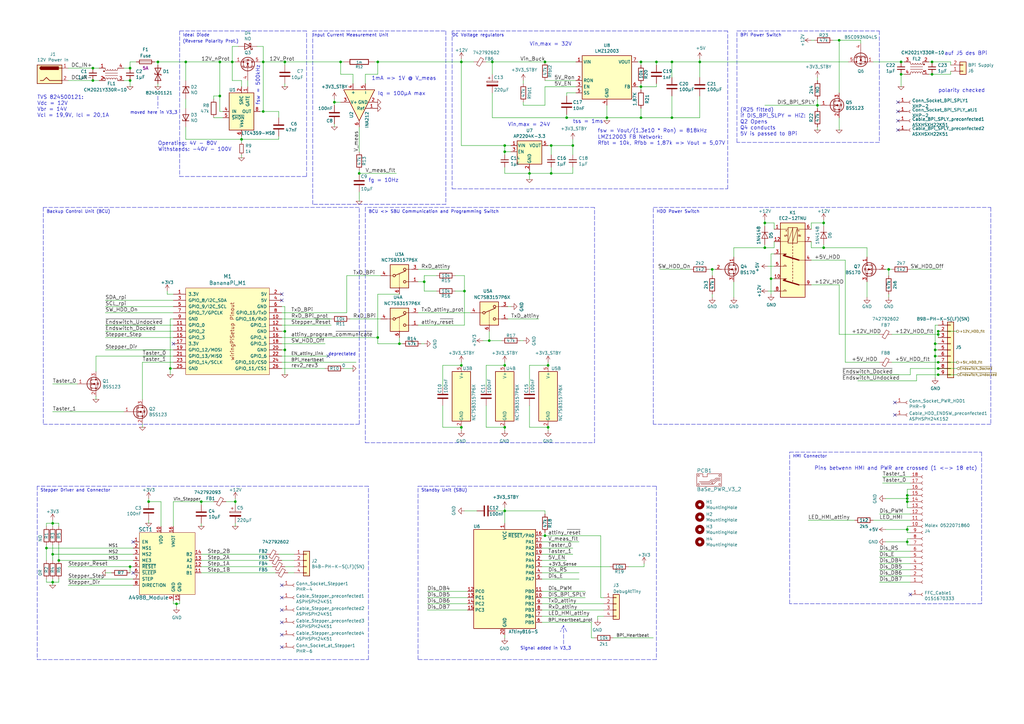
<source format=kicad_sch>
(kicad_sch (version 20211123) (generator eeschema)
  (paper "A3")
  (title_block (title "BaSe_PWR_V3_3") (date "28 apr 2016") (rev "2") (company "Gras7 Labs") (comment 1 "Power supply, Stepper Driver, SBC"))
  (junction (at 372.11 205.74))
  (junction (at 226.06 71.12))
  (junction (at 383.54 143.51))
  (junction (at 200.66 139.7))
  (junction (at 369.57 30.48))
  (junction (at 313.69 91.44))
  (junction (at 96.52 205.74))
  (junction (at 262.89 48.26))
  (junction (at 24.13 229.87))
  (junction (at 154.94 138.43))
  (junction (at 90.17 25.4))
  (junction (at 384.81 137.16))
  (junction (at 189.23 149.86))
  (junction (at 207.01 175.26))
  (junction (at 217.17 71.12))
  (junction (at 173.99 115.57))
  (junction (at 107.95 25.4))
  (junction (at 53.34 27.94))
  (junction (at 95.25 25.4))
  (junction (at 201.93 25.4))
  (junction (at 384.81 153.67))
  (junction (at 344.17 16.51))
  (junction (at 224.79 149.86))
  (junction (at 382.27 25.4))
  (junction (at 262.89 35.56))
  (junction (at 262.89 25.4))
  (junction (at 372.11 217.17))
  (junction (at 154.94 25.4))
  (junction (at 137.16 41.91))
  (junction (at 76.2 25.4))
  (junction (at 269.24 25.4))
  (junction (at 21.59 227.33))
  (junction (at 287.02 25.4))
  (junction (at 21.59 238.76))
  (junction (at 226.06 59.69))
  (junction (at 21.59 214.63))
  (junction (at 189.23 25.4))
  (junction (at 139.7 25.4))
  (junction (at 116.84 25.4))
  (junction (at 53.34 232.41))
  (junction (at 234.95 59.69))
  (junction (at 72.39 247.65))
  (junction (at 38.1 27.94))
  (junction (at 248.92 48.26))
  (junction (at 384.81 135.89))
  (junction (at 163.83 140.97))
  (junction (at 38.1 33.02))
  (junction (at 207.01 59.69))
  (junction (at 316.23 114.3))
  (junction (at 224.79 175.26))
  (junction (at 82.55 205.74))
  (junction (at 207.01 149.86))
  (junction (at 64.77 25.4))
  (junction (at 372.11 222.25))
  (junction (at 190.5 119.38))
  (junction (at 382.27 30.48))
  (junction (at 275.59 48.26))
  (junction (at 372.11 203.2))
  (junction (at 383.54 146.05))
  (junction (at 107.95 45.72))
  (junction (at 275.59 25.4))
  (junction (at 372.11 204.47))
  (junction (at 19.05 224.79))
  (junction (at 232.41 48.26))
  (junction (at 383.54 140.97))
  (junction (at 116.84 143.51))
  (junction (at 147.32 71.12))
  (junction (at 337.82 91.44))
  (junction (at 116.84 135.89))
  (junction (at 364.49 110.49))
  (junction (at 384.81 148.59))
  (junction (at 335.28 43.18))
  (junction (at 53.34 33.02))
  (junction (at 99.06 57.15))
  (junction (at 384.81 151.13))
  (junction (at 90.17 39.37))
  (junction (at 223.52 219.71))
  (junction (at 337.82 101.6))
  (junction (at 207.01 209.55))
  (junction (at 60.96 205.74))
  (junction (at 369.57 25.4))
  (junction (at 223.52 25.4))
  (junction (at 292.1 110.49))
  (junction (at 69.85 151.13))
  (junction (at 207.01 62.23))
  (junction (at 313.69 101.6))
  (junction (at 189.23 175.26))
  (no_connect (at 115.57 240.03))
  (no_connect (at 373.38 243.84))
  (no_connect (at 367.03 170.18))
  (no_connect (at 54.61 222.25))
  (no_connect (at 54.61 234.95))
  (no_connect (at 115.57 245.11))
  (no_connect (at 115.57 120.65))
  (no_connect (at 367.03 165.1))
  (no_connect (at 115.57 250.19))
  (no_connect (at 115.57 123.19))
  (no_connect (at 368.3 45.72))
  (no_connect (at 115.57 265.43))
  (no_connect (at 115.57 255.27))
  (no_connect (at 115.57 260.35))
  (no_connect (at 134.62 146.05))
  (no_connect (at 368.3 49.53))
  (no_connect (at 368.3 53.34))
  (no_connect (at 71.12 140.97))
  (no_connect (at 368.3 41.91))
  (polyline (pts (xy 402.59 185.42) (xy 402.59 247.65)))
  (wire (pts (xy 95.25 19.05) (xy 95.25 25.4)))
  (wire (pts (xy 43.18 125.73) (xy 71.12 125.73)))
  (wire (pts (xy 60.96 205.74) (xy 60.96 204.47)))
  (wire (pts (xy 261.62 25.4) (xy 262.89 25.4)))
  (wire (pts (xy 175.26 242.57) (xy 191.77 242.57)))
  (wire (pts (xy 149.86 30.48) (xy 154.94 30.48)))
  (wire (pts (xy 139.7 25.4) (xy 139.7 30.48)))
  (wire (pts (xy 24.13 214.63) (xy 24.13 215.9)))
  (wire (pts (xy 222.25 224.79) (xy 234.95 224.79)))
  (wire (pts (xy 316.23 114.3) (xy 316.23 120.65)))
  (polyline (pts (xy 302.26 58.42) (xy 302.26 12.7)))
  (wire (pts (xy 133.35 151.13) (xy 115.57 151.13)))
  (wire (pts (xy 207.01 59.69) (xy 209.55 59.69)))
  (wire (pts (xy 99.06 57.15) (xy 99.06 58.42)))
  (wire (pts (xy 99.06 57.15) (xy 76.2 57.15)))
  (wire (pts (xy 392.43 135.89) (xy 384.81 135.89)))
  (wire (pts (xy 189.23 176.53) (xy 189.23 175.26)))
  (wire (pts (xy 217.17 71.12) (xy 226.06 71.12)))
  (wire (pts (xy 332.74 91.44) (xy 337.82 91.44)))
  (wire (pts (xy 69.85 130.81) (xy 69.85 151.13)))
  (wire (pts (xy 293.37 110.49) (xy 292.1 110.49)))
  (wire (pts (xy 370.84 30.48) (xy 369.57 30.48)))
  (wire (pts (xy 24.13 238.76) (xy 21.59 238.76)))
  (wire (pts (xy 68.58 119.38) (xy 68.58 120.65)))
  (wire (pts (xy 232.41 38.1) (xy 232.41 39.37)))
  (polyline (pts (xy 185.42 12.7) (xy 185.42 77.47)))
  (wire (pts (xy 341.63 16.51) (xy 344.17 16.51)))
  (wire (pts (xy 207.01 71.12) (xy 217.17 71.12)))
  (polyline (pts (xy 302.26 12.7) (xy 360.68 12.7)))
  (wire (pts (xy 43.18 138.43) (xy 71.12 138.43)))
  (wire (pts (xy 201.93 38.1) (xy 201.93 48.26)))
  (wire (pts (xy 313.69 91.44) (xy 317.5 91.44)))
  (wire (pts (xy 381 30.48) (xy 382.27 30.48)))
  (wire (pts (xy 107.95 19.05) (xy 107.95 25.4)))
  (wire (pts (xy 373.38 228.6) (xy 360.68 228.6)))
  (wire (pts (xy 389.89 25.4) (xy 382.27 25.4)))
  (wire (pts (xy 96.52 214.63) (xy 96.52 215.9)))
  (wire (pts (xy 316.23 104.14) (xy 316.23 114.3)))
  (wire (pts (xy 372.11 222.25) (xy 363.22 222.25)))
  (wire (pts (xy 207.01 175.26) (xy 207.01 176.53)))
  (wire (pts (xy 275.59 39.37) (xy 275.59 48.26)))
  (wire (pts (xy 154.94 138.43) (xy 154.94 120.65)))
  (wire (pts (xy 358.14 213.36) (xy 373.38 213.36)))
  (polyline (pts (xy 269.24 270.51) (xy 171.45 270.51)))
  (wire (pts (xy 384.81 153.67) (xy 392.43 153.67)))
  (wire (pts (xy 201.93 48.26) (xy 232.41 48.26)))
  (wire (pts (xy 222.25 250.19) (xy 247.65 250.19)))
  (wire (pts (xy 364.49 120.65) (xy 364.49 121.92)))
  (wire (pts (xy 358.14 25.4) (xy 369.57 25.4)))
  (wire (pts (xy 43.18 128.27) (xy 71.12 128.27)))
  (wire (pts (xy 27.94 27.94) (xy 38.1 27.94)))
  (wire (pts (xy 364.49 110.49) (xy 364.49 113.03)))
  (wire (pts (xy 372.11 200.66) (xy 372.11 203.2)))
  (wire (pts (xy 115.57 138.43) (xy 154.94 138.43)))
  (wire (pts (xy 107.95 25.4) (xy 107.95 45.72)))
  (wire (pts (xy 105.41 19.05) (xy 107.95 19.05)))
  (wire (pts (xy 96.52 205.74) (xy 96.52 207.01)))
  (polyline (pts (xy 15.24 199.39) (xy 15.24 270.51)))
  (wire (pts (xy 21.59 168.91) (xy 50.8 168.91)))
  (wire (pts (xy 292.1 110.49) (xy 290.83 110.49)))
  (wire (pts (xy 217.17 71.12) (xy 217.17 69.85)))
  (wire (pts (xy 21.59 240.03) (xy 21.59 238.76)))
  (wire (pts (xy 43.18 135.89) (xy 71.12 135.89)))
  (wire (pts (xy 116.84 25.4) (xy 139.7 25.4)))
  (wire (pts (xy 149.86 34.29) (xy 149.86 30.48)))
  (wire (pts (xy 208.28 130.81) (xy 220.98 130.81)))
  (wire (pts (xy 82.55 234.95) (xy 113.03 234.95)))
  (wire (pts (xy 199.39 175.26) (xy 199.39 166.37)))
  (wire (pts (xy 76.2 40.64) (xy 76.2 44.45)))
  (wire (pts (xy 189.23 24.13) (xy 189.23 25.4)))
  (wire (pts (xy 335.28 53.34) (xy 335.28 52.07)))
  (wire (pts (xy 384.81 151.13) (xy 373.38 151.13)))
  (wire (pts (xy 269.24 34.29) (xy 269.24 35.56)))
  (wire (pts (xy 373.38 220.98) (xy 372.11 220.98)))
  (wire (pts (xy 245.11 254) (xy 245.11 252.73)))
  (polyline (pts (xy 182.88 12.7) (xy 182.88 83.82)))
  (wire (pts (xy 147.32 52.07) (xy 147.32 62.23)))
  (wire (pts (xy 224.79 176.53) (xy 224.79 175.26)))
  (wire (pts (xy 87.63 39.37) (xy 90.17 39.37)))
  (wire (pts (xy 144.78 30.48) (xy 144.78 34.29)))
  (wire (pts (xy 214.63 33.02) (xy 214.63 34.29)))
  (wire (pts (xy 337.82 90.17) (xy 337.82 91.44)))
  (wire (pts (xy 43.18 123.19) (xy 71.12 123.19)))
  (wire (pts (xy 222.25 222.25) (xy 237.49 222.25)))
  (wire (pts (xy 115.57 133.35) (xy 135.89 133.35)))
  (wire (pts (xy 383.54 140.97) (xy 383.54 143.51)))
  (wire (pts (xy 373.38 205.74) (xy 372.11 205.74)))
  (wire (pts (xy 71.12 130.81) (xy 69.85 130.81)))
  (wire (pts (xy 43.18 133.35) (xy 71.12 133.35)))
  (wire (pts (xy 384.81 151.13) (xy 392.43 151.13)))
  (wire (pts (xy 360.68 210.82) (xy 373.38 210.82)))
  (wire (pts (xy 207.01 208.28) (xy 207.01 209.55)))
  (wire (pts (xy 360.68 236.22) (xy 373.38 236.22)))
  (wire (pts (xy 222.25 252.73) (xy 241.3 252.73)))
  (wire (pts (xy 175.26 245.11) (xy 191.77 245.11)))
  (wire (pts (xy 107.95 25.4) (xy 116.84 25.4)))
  (wire (pts (xy 344.17 116.84) (xy 344.17 137.16)))
  (wire (pts (xy 335.28 31.75) (xy 335.28 33.02)))
  (wire (pts (xy 363.22 110.49) (xy 364.49 110.49)))
  (wire (pts (xy 200.66 139.7) (xy 205.74 139.7)))
  (wire (pts (xy 351.79 153.67) (xy 373.38 153.67)))
  (wire (pts (xy 317.5 99.06) (xy 317.5 101.6)))
  (wire (pts (xy 364.49 110.49) (xy 365.76 110.49)))
  (wire (pts (xy 372.11 208.28) (xy 373.38 208.28)))
  (wire (pts (xy 50.8 33.02) (xy 53.34 33.02)))
  (wire (pts (xy 361.95 198.12) (xy 373.38 198.12)))
  (wire (pts (xy 232.41 48.26) (xy 248.92 48.26)))
  (wire (pts (xy 313.69 91.44) (xy 313.69 92.71)))
  (wire (pts (xy 175.26 247.65) (xy 191.77 247.65)))
  (wire (pts (xy 73.66 247.65) (xy 73.66 246.38)))
  (wire (pts (xy 139.7 30.48) (xy 144.78 30.48)))
  (polyline (pts (xy 149.86 181.61) (xy 243.84 181.61)))
  (wire (pts (xy 142.24 113.03) (xy 156.21 113.03)))
  (polyline (pts (xy 243.84 85.09) (xy 149.86 85.09)))
  (wire (pts (xy 224.79 149.86) (xy 217.17 149.86)))
  (wire (pts (xy 269.24 25.4) (xy 275.59 25.4)))
  (wire (pts (xy 384.81 148.59) (xy 365.76 148.59)))
  (wire (pts (xy 261.62 35.56) (xy 262.89 35.56)))
  (wire (pts (xy 87.63 48.26) (xy 91.44 48.26)))
  (wire (pts (xy 207.01 62.23) (xy 209.55 62.23)))
  (wire (pts (xy 63.5 25.4) (xy 64.77 25.4)))
  (wire (pts (xy 217.17 149.86) (xy 217.17 158.75)))
  (wire (pts (xy 373.38 233.68) (xy 360.68 233.68)))
  (polyline (pts (xy 267.97 173.99) (xy 267.97 85.09)))
  (wire (pts (xy 115.57 135.89) (xy 116.84 135.89)))
  (wire (pts (xy 198.12 139.7) (xy 200.66 139.7)))
  (wire (pts (xy 207.01 209.55) (xy 207.01 214.63)))
  (wire (pts (xy 355.6 101.6) (xy 355.6 105.41)))
  (wire (pts (xy 262.89 25.4) (xy 269.24 25.4)))
  (polyline (pts (xy 151.13 270.51) (xy 151.13 199.39)))
  (polyline (pts (xy 147.32 173.99) (xy 147.32 85.09)))
  (wire (pts (xy 116.84 25.4) (xy 116.84 26.67)))
  (wire (pts (xy 190.5 113.03) (xy 190.5 119.38)))
  (wire (pts (xy 21.59 227.33) (xy 54.61 227.33)))
  (wire (pts (xy 292.1 120.65) (xy 292.1 121.92)))
  (wire (pts (xy 95.25 33.02) (xy 95.25 25.4)))
  (wire (pts (xy 72.39 248.92) (xy 72.39 247.65)))
  (wire (pts (xy 222.25 247.65) (xy 247.65 247.65)))
  (wire (pts (xy 116.84 34.29) (xy 116.84 35.56)))
  (wire (pts (xy 53.34 25.4) (xy 55.88 25.4)))
  (wire (pts (xy 39.37 146.05) (xy 71.12 146.05)))
  (wire (pts (xy 361.95 195.58) (xy 373.38 195.58)))
  (wire (pts (xy 82.55 207.01) (xy 82.55 205.74)))
  (wire (pts (xy 114.3 227.33) (xy 120.65 227.33)))
  (wire (pts (xy 116.84 153.67) (xy 116.84 143.51)))
  (wire (pts (xy 19.05 224.79) (xy 54.61 224.79)))
  (wire (pts (xy 236.22 35.56) (xy 223.52 35.56)))
  (wire (pts (xy 222.25 234.95) (xy 237.49 234.95)))
  (wire (pts (xy 373.38 218.44) (xy 372.11 218.44)))
  (wire (pts (xy 207.01 149.86) (xy 199.39 149.86)))
  (wire (pts (xy 154.94 120.65) (xy 163.83 120.65)))
  (wire (pts (xy 69.85 151.13) (xy 69.85 153.67)))
  (polyline (pts (xy 243.84 181.61) (xy 243.84 85.09)))
  (wire (pts (xy 154.94 30.48) (xy 154.94 25.4)))
  (wire (pts (xy 213.36 139.7) (xy 214.63 139.7)))
  (wire (pts (xy 287.02 39.37) (xy 287.02 48.26)))
  (wire (pts (xy 27.94 237.49) (xy 54.61 237.49)))
  (polyline (pts (xy 267.97 85.09) (xy 406.4 85.09)))
  (wire (pts (xy 222.25 242.57) (xy 240.03 242.57)))
  (wire (pts (xy 262.89 48.26) (xy 248.92 48.26)))
  (wire (pts (xy 189.23 25.4) (xy 194.31 25.4)))
  (wire (pts (xy 76.2 33.02) (xy 76.2 25.4)))
  (wire (pts (xy 64.77 25.4) (xy 76.2 25.4)))
  (wire (pts (xy 142.24 128.27) (xy 142.24 113.03)))
  (wire (pts (xy 99.06 55.88) (xy 99.06 57.15)))
  (wire (pts (xy 300.99 101.6) (xy 300.99 105.41)))
  (wire (pts (xy 363.22 204.47) (xy 372.11 204.47)))
  (wire (pts (xy 384.81 146.05) (xy 383.54 146.05)))
  (wire (pts (xy 313.69 101.6) (xy 313.69 100.33)))
  (wire (pts (xy 337.82 101.6) (xy 355.6 101.6)))
  (wire (pts (xy 223.52 35.56) (xy 223.52 43.18)))
  (wire (pts (xy 76.2 57.15) (xy 76.2 52.07)))
  (polyline (pts (xy 171.45 199.39) (xy 269.24 199.39)))
  (polyline (pts (xy 17.78 173.99) (xy 147.32 173.99)))
  (wire (pts (xy 234.95 71.12) (xy 234.95 68.58)))
  (wire (pts (xy 262.89 25.4) (xy 262.89 26.67)))
  (wire (pts (xy 27.94 240.03) (xy 54.61 240.03)))
  (wire (pts (xy 21.59 214.63) (xy 21.59 215.9)))
  (wire (pts (xy 217.17 175.26) (xy 217.17 166.37)))
  (wire (pts (xy 292.1 110.49) (xy 292.1 113.03)))
  (wire (pts (xy 223.52 219.71) (xy 246.38 219.71)))
  (wire (pts (xy 248.92 43.18) (xy 248.92 48.26)))
  (wire (pts (xy 53.34 234.95) (xy 53.34 232.41)))
  (wire (pts (xy 217.17 71.12) (xy 217.17 73.66)))
  (wire (pts (xy 21.59 227.33) (xy 21.59 229.87)))
  (wire (pts (xy 24.13 229.87) (xy 54.61 229.87)))
  (wire (pts (xy 190.5 209.55) (xy 195.58 209.55)))
  (wire (pts (xy 147.32 69.85) (xy 147.32 71.12)))
  (wire (pts (xy 207.01 148.59) (xy 207.01 149.86)))
  (wire (pts (xy 234.95 227.33) (xy 222.25 227.33)))
  (wire (pts (xy 171.45 110.49) (xy 184.15 110.49)))
  (wire (pts (xy 91.44 45.72) (xy 90.17 45.72)))
  (wire (pts (xy 82.55 227.33) (xy 109.22 227.33)))
  (wire (pts (xy 372.11 205.74) (xy 372.11 208.28)))
  (wire (pts (xy 40.64 27.94) (xy 38.1 27.94)))
  (wire (pts (xy 154.94 140.97) (xy 154.94 138.43)))
  (polyline (pts (xy 125.73 72.39) (xy 125.73 12.7)))
  (wire (pts (xy 173.99 115.57) (xy 173.99 119.38)))
  (wire (pts (xy 114.3 45.72) (xy 114.3 48.26)))
  (wire (pts (xy 99.06 33.02) (xy 95.25 33.02)))
  (polyline (pts (xy 232.41 259.08) (xy 231.14 256.54)))
  (wire (pts (xy 53.34 33.02) (xy 53.34 35.56)))
  (wire (pts (xy 382.27 30.48) (xy 389.89 30.48)))
  (wire (pts (xy 115.57 125.73) (xy 116.84 125.73)))
  (polyline (pts (xy 15.24 270.51) (xy 151.13 270.51)))
  (wire (pts (xy 173.99 119.38) (xy 179.07 119.38)))
  (wire (pts (xy 224.79 148.59) (xy 224.79 149.86)))
  (wire (pts (xy 92.71 205.74) (xy 96.52 205.74)))
  (wire (pts (xy 344.17 137.16) (xy 360.68 137.16)))
  (wire (pts (xy 201.93 25.4) (xy 223.52 25.4)))
  (wire (pts (xy 317.5 101.6) (xy 313.69 101.6)))
  (wire (pts (xy 189.23 175.26) (xy 181.61 175.26)))
  (wire (pts (xy 21.59 157.48) (xy 31.75 157.48)))
  (wire (pts (xy 384.81 153.67) (xy 375.92 153.67)))
  (wire (pts (xy 337.82 101.6) (xy 337.82 100.33)))
  (wire (pts (xy 115.57 229.87) (xy 120.65 229.87)))
  (wire (pts (xy 114.3 57.15) (xy 114.3 55.88)))
  (wire (pts (xy 245.11 252.73) (xy 247.65 252.73)))
  (wire (pts (xy 262.89 35.56) (xy 262.89 34.29)))
  (wire (pts (xy 116.84 232.41) (xy 120.65 232.41)))
  (wire (pts (xy 257.81 232.41) (xy 264.16 232.41)))
  (wire (pts (xy 189.23 148.59) (xy 189.23 149.86)))
  (wire (pts (xy 165.1 140.97) (xy 163.83 140.97)))
  (wire (pts (xy 209.55 125.73) (xy 208.28 125.73)))
  (wire (pts (xy 275.59 25.4) (xy 275.59 31.75)))
  (wire (pts (xy 58.42 175.26) (xy 58.42 173.99)))
  (polyline (pts (xy 298.45 12.7) (xy 185.42 12.7)))
  (wire (pts (xy 246.38 219.71) (xy 246.38 245.11)))
  (wire (pts (xy 287.02 24.13) (xy 287.02 25.4)))
  (wire (pts (xy 115.57 128.27) (xy 142.24 128.27)))
  (wire (pts (xy 201.93 30.48) (xy 201.93 25.4)))
  (wire (pts (xy 384.81 137.16) (xy 384.81 138.43)))
  (wire (pts (xy 72.39 247.65) (xy 73.66 247.65)))
  (wire (pts (xy 154.94 25.4) (xy 189.23 25.4)))
  (polyline (pts (xy 128.27 83.82) (xy 128.27 12.7)))
  (wire (pts (xy 199.39 149.86) (xy 199.39 158.75)))
  (wire (pts (xy 147.32 78.74) (xy 147.32 82.55)))
  (polyline (pts (xy 185.42 77.47) (xy 298.45 77.47)))
  (wire (pts (xy 287.02 48.26) (xy 275.59 48.26)))
  (wire (pts (xy 314.96 109.22) (xy 317.5 109.22)))
  (wire (pts (xy 19.05 215.9) (xy 19.05 214.63)))
  (polyline (pts (xy 269.24 199.39) (xy 269.24 270.51)))
  (wire (pts (xy 181.61 149.86) (xy 181.61 158.75)))
  (wire (pts (xy 223.52 33.02) (xy 236.22 33.02)))
  (wire (pts (xy 372.11 223.52) (xy 373.38 223.52)))
  (wire (pts (xy 344.17 48.26) (xy 344.17 53.34)))
  (wire (pts (xy 234.95 57.15) (xy 234.95 59.69)))
  (wire (pts (xy 53.34 25.4) (xy 53.34 27.94)))
  (wire (pts (xy 24.13 223.52) (xy 24.13 229.87)))
  (wire (pts (xy 27.94 33.02) (xy 38.1 33.02)))
  (wire (pts (xy 372.11 215.9) (xy 373.38 215.9)))
  (wire (pts (xy 375.92 153.67) (xy 375.92 156.21)))
  (wire (pts (xy 116.84 135.89) (xy 116.84 143.51)))
  (wire (pts (xy 90.17 45.72) (xy 90.17 39.37)))
  (wire (pts (xy 97.79 19.05) (xy 95.25 19.05)))
  (wire (pts (xy 179.07 113.03) (xy 173.99 113.03)))
  (wire (pts (xy 82.55 205.74) (xy 87.63 205.74)))
  (wire (pts (xy 137.16 41.91) (xy 137.16 43.18)))
  (wire (pts (xy 207.01 175.26) (xy 199.39 175.26)))
  (wire (pts (xy 76.2 25.4) (xy 90.17 25.4)))
  (wire (pts (xy 392.43 148.59) (xy 384.81 148.59)))
  (wire (pts (xy 246.38 245.11) (xy 247.65 245.11)))
  (wire (pts (xy 58.42 148.59) (xy 71.12 148.59)))
  (wire (pts (xy 207.01 68.58) (xy 207.01 71.12)))
  (wire (pts (xy 382.27 25.4) (xy 381 25.4)))
  (polyline (pts (xy 360.68 58.42) (xy 302.26 58.42)))
  (wire (pts (xy 144.78 151.13) (xy 140.97 151.13)))
  (wire (pts (xy 64.77 26.67) (xy 64.77 25.4)))
  (wire (pts (xy 353.06 16.51) (xy 353.06 17.78)))
  (wire (pts (xy 19.05 238.76) (xy 21.59 238.76)))
  (polyline (pts (xy 73.66 12.7) (xy 73.66 72.39)))
  (wire (pts (xy 373.38 238.76) (xy 360.68 238.76)))
  (wire (pts (xy 222.25 245.11) (xy 240.03 245.11)))
  (wire (pts (xy 21.59 238.76) (xy 21.59 237.49)))
  (wire (pts (xy 335.28 44.45) (xy 335.28 43.18)))
  (wire (pts (xy 82.55 232.41) (xy 111.76 232.41)))
  (wire (pts (xy 71.12 205.74) (xy 82.55 205.74)))
  (wire (pts (xy 283.21 110.49) (xy 270.51 110.49)))
  (wire (pts (xy 140.97 25.4) (xy 139.7 25.4)))
  (wire (pts (xy 66.04 205.74) (xy 66.04 215.9)))
  (wire (pts (xy 360.68 231.14) (xy 373.38 231.14)))
  (wire (pts (xy 372.11 203.2) (xy 373.38 203.2)))
  (wire (pts (xy 223.52 25.4) (xy 236.22 25.4)))
  (wire (pts (xy 372.11 204.47) (xy 372.11 205.74)))
  (wire (pts (xy 99.06 64.77) (xy 99.06 63.5)))
  (wire (pts (xy 222.25 229.87) (xy 232.41 229.87)))
  (wire (pts (xy 71.12 215.9) (xy 71.12 205.74)))
  (wire (pts (xy 243.84 261.62) (xy 242.57 261.62)))
  (wire (pts (xy 300.99 101.6) (xy 313.69 101.6)))
  (wire (pts (xy 226.06 63.5) (xy 226.06 59.69)))
  (wire (pts (xy 39.37 152.4) (xy 39.37 146.05)))
  (wire (pts (xy 383.54 133.35) (xy 384.81 133.35)))
  (wire (pts (xy 207.01 261.62) (xy 207.01 260.35)))
  (wire (pts (xy 118.11 234.95) (xy 120.65 234.95)))
  (wire (pts (xy 43.18 234.95) (xy 45.72 234.95)))
  (wire (pts (xy 134.62 146.05) (xy 115.57 146.05)))
  (wire (pts (xy 248.92 48.26) (xy 248.92 49.53)))
  (wire (pts (xy 222.25 232.41) (xy 250.19 232.41)))
  (wire (pts (xy 173.99 113.03) (xy 173.99 115.57)))
  (wire (pts (xy 332.74 106.68) (xy 346.71 106.68)))
  (wire (pts (xy 344.17 116.84) (xy 332.74 116.84)))
  (polyline (pts (xy 128.27 12.7) (xy 182.88 12.7)))
  (wire (pts (xy 372.11 218.44) (xy 372.11 217.17)))
  (wire (pts (xy 373.38 200.66) (xy 372.11 200.66)))
  (wire (pts (xy 21.59 223.52) (xy 21.59 227.33)))
  (polyline (pts (xy 298.45 77.47) (xy 298.45 12.7)))
  (wire (pts (xy 143.51 130.81) (xy 156.21 130.81)))
  (polyline (pts (xy 147.32 85.09) (xy 17.78 85.09)))
  (wire (pts (xy 300.99 115.57) (xy 300.99 121.92)))
  (wire (pts (xy 19.05 223.52) (xy 19.05 224.79)))
  (wire (pts (xy 115.57 148.59) (xy 146.05 148.59)))
  (wire (pts (xy 332.74 99.06) (xy 332.74 101.6)))
  (wire (pts (xy 332.74 16.51) (xy 334.01 16.51)))
  (polyline (pts (xy 402.59 247.65) (xy 323.85 247.65)))
  (wire (pts (xy 173.99 115.57) (xy 171.45 115.57)))
  (polyline (pts (xy 64.77 39.37) (xy 64.77 44.45)))
  (wire (pts (xy 262.89 44.45) (xy 262.89 48.26)))
  (wire (pts (xy 207.01 59.69) (xy 207.01 62.23)))
  (wire (pts (xy 58.42 148.59) (xy 58.42 163.83)))
  (wire (pts (xy 137.16 40.64) (xy 137.16 41.91)))
  (wire (pts (xy 344.17 16.51) (xy 353.06 16.51)))
  (polyline (pts (xy 406.4 173.99) (xy 267.97 173.99)))
  (wire (pts (xy 153.67 25.4) (xy 154.94 25.4)))
  (wire (pts (xy 224.79 175.26) (xy 217.17 175.26)))
  (polyline (pts (xy 149.86 85.09) (xy 149.86 181.61)))
  (wire (pts (xy 370.84 25.4) (xy 369.57 25.4)))
  (wire (pts (xy 95.25 25.4) (xy 96.52 25.4)))
  (wire (pts (xy 71.12 246.38) (xy 71.12 247.65)))
  (wire (pts (xy 64.77 35.56) (xy 64.77 34.29)))
  (wire (pts (xy 317.5 91.44) (xy 317.5 93.98)))
  (wire (pts (xy 223.52 219.71) (xy 223.52 218.44)))
  (polyline (pts (xy 182.88 83.82) (xy 128.27 83.82)))
  (wire (pts (xy 190.5 119.38) (xy 190.5 133.35)))
  (wire (pts (xy 389.89 30.48) (xy 389.89 29.21)))
  (wire (pts (xy 137.16 41.91) (xy 139.7 41.91)))
  (polyline (pts (xy 17.78 85.09) (xy 17.78 173.99)))
  (wire (pts (xy 222.25 237.49) (xy 237.49 237.49)))
  (wire (pts (xy 171.45 128.27) (xy 193.04 128.27)))
  (polyline (pts (xy 360.68 12.7) (xy 360.68 58.42)))
  (wire (pts (xy 372.11 222.25) (xy 372.11 223.52)))
  (polyline (pts (xy 171.45 270.51) (xy 171.45 199.39)))
  (wire (pts (xy 133.35 140.97) (xy 115.57 140.97)))
  (wire (pts (xy 332.74 93.98) (xy 332.74 91.44)))
  (wire (pts (xy 232.41 46.99) (xy 232.41 48.26)))
  (wire (pts (xy 251.46 261.62) (xy 267.97 261.62)))
  (wire (pts (xy 68.58 120.65) (xy 71.12 120.65)))
  (wire (pts (xy 372.11 220.98) (xy 372.11 222.25)))
  (polyline (pts (xy 73.66 72.39) (xy 125.73 72.39)))
  (wire (pts (xy 242.57 261.62) (xy 242.57 255.27)))
  (wire (pts (xy 71.12 151.13) (xy 69.85 151.13)))
  (wire (pts (xy 372.11 217.17) (xy 372.11 215.9)))
  (wire (pts (xy 369.57 30.48) (xy 369.57 35.56)))
  (wire (pts (xy 116.84 125.73) (xy 116.84 135.89)))
  (wire (pts (xy 351.79 156.21) (xy 375.92 156.21)))
  (wire (pts (xy 365.76 137.16) (xy 384.81 137.16)))
  (wire (pts (xy 372.11 203.2) (xy 372.11 204.47)))
  (wire (pts (xy 222.25 255.27) (xy 242.57 255.27)))
  (wire (pts (xy 116.84 143.51) (xy 115.57 143.51)))
  (wire (pts (xy 21.59 214.63) (xy 24.13 214.63)))
  (wire (pts (xy 234.95 63.5) (xy 234.95 59.69)))
  (wire (pts (xy 373.38 151.13) (xy 373.38 153.67)))
  (wire (pts (xy 383.54 146.05) (xy 383.54 154.94)))
  (polyline (pts (xy 231.14 256.54) (xy 229.87 259.08)))
  (wire (pts (xy 107.95 45.72) (xy 106.68 45.72)))
  (wire (pts (xy 223.52 209.55) (xy 207.01 209.55)))
  (wire (pts (xy 189.23 59.69) (xy 189.23 25.4)))
  (wire (pts (xy 181.61 175.26) (xy 181.61 166.37)))
  (wire (pts (xy 317.5 104.14) (xy 316.23 104.14)))
  (wire (pts (xy 384.81 135.89) (xy 384.81 137.16)))
  (wire (pts (xy 331.47 213.36) (xy 350.52 213.36)))
  (wire (pts (xy 372.11 217.17) (xy 363.22 217.17)))
  (wire (pts (xy 262.89 35.56) (xy 262.89 36.83)))
  (wire (pts (xy 19.05 214.63) (xy 21.59 214.63)))
  (wire (pts (xy 173.99 140.97) (xy 172.72 140.97)))
  (wire (pts (xy 383.54 143.51) (xy 383.54 146.05)))
  (wire (pts (xy 269.24 25.4) (xy 269.24 26.67)))
  (polyline (pts (xy 323.85 247.65) (xy 323.85 185.42)))
  (wire (pts (xy 335.28 43.18) (xy 336.55 43.18)))
  (wire (pts (xy 337.82 92.71) (xy 337.82 91.44)))
  (wire (pts (xy 27.94 232.41) (xy 53.34 232.41)))
  (wire (pts (xy 19.05 224.79) (xy 19.05 229.87)))
  (wire (pts (xy 344.17 16.51) (xy 344.17 38.1)))
  (wire (pts (xy 39.37 163.83) (xy 39.37 162.56)))
  (wire (pts (xy 21.59 214.63) (xy 21.59 213.36)))
  (wire (pts (xy 189.23 149.86) (xy 181.61 149.86)))
  (wire (pts (xy 203.2 209.55) (xy 207.01 209.55)))
  (wire (pts (xy 313.69 43.18) (xy 335.28 43.18)))
  (wire (pts (xy 313.69 90.17) (xy 313.69 91.44)))
  (wire (pts (xy 287.02 31.75) (xy 287.02 25.4)))
  (wire (pts (xy 24.13 237.49) (xy 24.13 238.76)))
  (wire (pts (xy 147.32 71.12) (xy 162.56 71.12)))
  (wire (pts (xy 107.95 45.72) (xy 114.3 45.72)))
  (wire (pts (xy 224.79 59.69) (xy 226.06 59.69)))
  (wire (pts (xy 226.06 71.12) (xy 226.06 68.58)))
  (wire (pts (xy 163.83 140.97) (xy 154.94 140.97)))
  (wire (pts (xy 99.06 57.15) (xy 114.3 57.15)))
  (polyline (pts (xy 151.13 199.39) (xy 15.24 199.39)))
  (wire (pts (xy 82.55 214.63) (xy 82.55 215.9)))
  (wire (pts (xy 186.69 119.38) (xy 190.5 119.38)))
  (wire (pts (xy 383.54 133.35) (xy 383.54 140.97)))
  (wire (pts (xy 137.16 52.07) (xy 137.16 50.8)))
  (wire (pts (xy 332.74 101.6) (xy 337.82 101.6)))
  (wire (pts (xy 71.12 247.65) (xy 72.39 247.65)))
  (wire (pts (xy 207.01 63.5) (xy 207.01 62.23)))
  (wire (pts (xy 53.34 232.41) (xy 54.61 232.41)))
  (wire (pts (xy 190.5 133.35) (xy 171.45 133.35)))
  (wire (pts (xy 214.63 43.18) (xy 214.63 41.91)))
  (wire (pts (xy 384.81 143.51) (xy 383.54 143.51)))
  (wire (pts (xy 223.52 43.18) (xy 214.63 43.18)))
  (polyline (pts (xy 406.4 85.09) (xy 406.4 173.99)))
  (wire (pts (xy 163.83 138.43) (xy 163.83 140.97)))
  (wire (pts (xy 316.23 114.3) (xy 317.5 114.3)))
  (wire (pts (xy 87.63 40.64) (xy 87.63 39.37)))
  (wire (pts (xy 199.39 25.4) (xy 201.93 25.4)))
  (wire (pts (xy 101.6 35.56) (xy 101.6 33.02)))
  (wire (pts (xy 373.38 110.49) (xy 386.08 110.49)))
  (wire (pts (xy 191.77 250.19) (xy 175.26 250.19)))
  (wire (pts (xy 186.69 113.03) (xy 190.5 113.03)))
  (wire (pts (xy 264.16 231.14) (xy 264.16 232.41)))
  (wire (pts (xy 200.66 135.89) (xy 200.66 139.7)))
  (wire (pts (xy 346.71 106.68) (xy 346.71 148.59)))
  (wire (pts (xy 275.59 48.26) (xy 262.89 48.26)))
  (wire (pts (xy 346.71 148.59) (xy 360.68 148.59)))
  (wire (pts (xy 60.96 205.74) (xy 66.04 205.74)))
  (wire (pts (xy 90.17 25.4) (xy 95.25 25.4)))
  (wire (pts (xy 189.23 59.69) (xy 207.01 59.69)))
  (wire (pts (xy 389.89 26.67) (xy 389.89 25.4)))
  (wire (pts (xy 360.68 226.06) (xy 373.38 226.06)))
  (wire (pts (xy 40.64 33.02) (xy 38.1 33.02)))
  (polyline (pts (xy 231.14 264.16) (xy 231.14 256.54)))
  (wire (pts (xy 269.24 35.56) (xy 262.89 35.56)))
  (wire (pts (xy 223.52 210.82) (xy 223.52 209.55)))
  (wire (pts (xy 234.95 59.69) (xy 226.06 59.69)))
  (wire (pts (xy 335.28 40.64) (xy 335.28 43.18)))
  (wire (pts (xy 99.06 35.56) (xy 99.06 33.02)))
  (wire (pts (xy 347.98 25.4) (xy 287.02 25.4)))
  (wire (pts (xy 19.05 237.49) (xy 19.05 238.76)))
  (wire (pts (xy 314.96 119.38) (xy 317.5 119.38)))
  (wire (pts (xy 275.59 25.4) (xy 287.02 25.4)))
  (wire (pts (xy 82.55 229.87) (xy 110.49 229.87)))
  (wire (pts (xy 106.68 25.4) (xy 107.95 25.4)))
  (wire (pts (xy 355.6 115.57) (xy 355.6 121.92)))
  (wire (pts (xy 43.18 143.51) (xy 71.12 143.51)))
  (wire (pts (xy 50.8 27.94) (xy 53.34 27.94)))
  (wire (pts (xy 384.81 140.97) (xy 383.54 140.97)))
  (wire (pts (xy 90.17 39.37) (xy 90.17 25.4)))
  (wire (pts (xy 236.22 38.1) (xy 232.41 38.1)))
  (polyline (pts (xy 323.85 185.42) (xy 402.59 185.42)))
  (wire (pts (xy 60.96 214.63) (xy 60.96 213.36)))
  (wire (pts (xy 96.52 204.47) (xy 96.52 205.74)))
  (wire (pts (xy 222.25 219.71) (xy 223.52 219.71)))
  (wire (pts (xy 135.89 130.81) (xy 115.57 130.81)))
  (wire (pts (xy 226.06 71.12) (xy 234.95 71.12)))
  (polyline (pts (xy 125.73 12.7) (xy 73.66 12.7)))
  (text "deprectated" (at 134.62 146.05 0) (effects (font (size 1.27 1.27)) (justify left bottom)))
  (text "Pins betwenn HMI and PWR are crossed (1 <-> 18 etc)" (at 334.01 193.04 0) (effects (font (size 1.524 1.524)) (justify left bottom)))
  (text "Vin,max = 24V" (at 208.28 52.07 0) (effects (font (size 1.524 1.524)) (justify left bottom)))
  (text "Standby Unit (SBU)" (at 172.72 201.93 0) (effects (font (size 1.27 1.27)) (justify left bottom)))
  (text "moved here in V3_3" (at 53.34 46.99 0) (effects (font (size 1.27 1.27)) (justify left bottom)))
  (text "Vin,max = 32V" (at 217.17 19.05 0) (effects (font (size 1.524 1.524)) (justify left bottom)))
  (text "DC Voltage regulators" (at 185.42 15.24 0) (effects (font (size 1.27 1.27)) (justify left bottom)))
  (text "LMZ12003 FB Network:\nRfbt = 10k, Rfbb = 1,87k => Vout = 5,07V" (at 245.11 59.69 0) (effects (font (size 1.524 1.524)) (justify left bottom)))
  (text "Stepper Driver and Connector" (at 16.51 201.93 0) (effects (font (size 1.27 1.27)) (justify left bottom)))
  (text "fsw = 500kHz" (at 106.68 43.18 90) (effects (font (size 1.524 1.524)) (justify left bottom)))
  (text "Input Current Measurement Unit" (at 128.27 15.24 0) (effects (font (size 1.27 1.27)) (justify left bottom)))
  (text "HDD Power Switch" (at 269.24 87.63 0) (effects (font (size 1.27 1.27)) (justify left bottom)))
  (text "TVS 824500121:\nVdc = 12V\nVbr = 14V\nVcl = 19,9V, Icl = 20,1A" (at 15.24 48.26 0) (effects (font (size 1.524 1.524)) (justify left bottom)))
  (text "Ideal Diode" (at 74.93 15.24 0) (effects (font (size 1.27 1.27)) (justify left bottom)))
  (text "fsw = Vout/(1,3e10 * Ron) = 818kHz" (at 245.11 54.61 0) (effects (font (size 1.524 1.524)) (justify left bottom)))
  (text "polarity checked" (at 384.81 38.1 0) (effects (font (size 1.524 1.524)) (justify left bottom)))
  (text "Iq = 100µA max" (at 154.94 39.37 0) (effects (font (size 1.524 1.524)) (justify left bottom)))
  (text "BPi Power Switch" (at 303.53 15.24 0) (effects (font (size 1.27 1.27)) (justify left bottom)))
  (text "1mA => 1V @ V_meas\n\n" (at 152.4 35.56 0) (effects (font (size 1.524 1.524)) (justify left bottom)))
  (text "Signal added in V3_3" (at 213.36 266.7 0) (effects (font (size 1.27 1.27)) (justify left bottom)))
  (text "Backup Control Unit (BCU)" (at 19.05 87.63 0) (effects (font (size 1.27 1.27)) (justify left bottom)))
  (text "(Reverse Polarity Prot.)" (at 74.93 17.78 0) (effects (font (size 1.27 1.27)) (justify left bottom)))
  (text "BCU <> SBU Communication and Programming Switch" (at 151.13 87.63 0) (effects (font (size 1.27 1.27)) (justify left bottom)))
  (text "Operating: 4V - 80V\nWithstands: -40V - 100V" (at 64.77 62.23 0) (effects (font (size 1.524 1.524)) (justify left bottom)))
  (text "fg = 10Hz" (at 151.13 74.93 0) (effects (font (size 1.524 1.524)) (justify left bottom)))
  (text "tss = 1ms" (at 234.95 50.8 0) (effects (font (size 1.524 1.524)) (justify left bottom)))
  (text "HMI Connector" (at 325.12 187.96 0) (effects (font (size 1.27 1.27)) (justify left bottom)))
  (text "(R25 fitted)\nif DIS_BPi_SLPY = HiZ:\nQ2 Opens\nQ4 conducts \n5V is passed to BPi" (at 303.53 55.88 0) (effects (font (size 1.524 1.524)) (justify left bottom)))
  (text "auf J5 des BPi" (at 387.35 22.86 0) (effects (font (size 1.524 1.524)) (justify left bottom)))
  (label "DIS_BPi_SPLY" (at 318.77 43.18 0) (effects (font (size 1.524 1.524))))
  (label "Stepper_Dir" (at 43.18 143.51 0) (effects (font (size 1.524 1.524))))
  (label "Dis_DB6" (at 360.68 236.22 0) (effects (font (size 1.524 1.524))))
  (label "Taster_1" (at 21.59 168.91 0) (effects (font (size 1.524 1.524))))
  (label "Stepper_~{Reset}" (at 27.94 232.41 0) (effects (font (size 1.524 1.524))))
  (label "EN_attiny_link" (at 119.38 146.05 0))
  (label "+12V_HDD_flt" (at 367.03 137.16 0) (effects (font (size 1.524 1.524))))
  (label "+12V_HDD" (at 349.25 137.16 0) (effects (font (size 1.524 1.524))))
  (label "Dis_DB4" (at 175.26 242.57 0) (effects (font (size 1.524 1.524))))
  (label "Dis_DB5" (at 360.68 233.68 0) (effects (font (size 1.524 1.524))))
  (label "SW_HDD_Off" (at 119.38 140.97 0) (effects (font (size 1.524 1.524))))
  (label "MS3" (at 44.45 229.87 0))
  (label "+5V_HDD" (at 334.01 106.68 0) (effects (font (size 1.524 1.524))))
  (label "Step_1A" (at 85.09 232.41 0) (effects (font (size 1.524 1.524))))
  (label "V_meas_flt" (at 224.79 222.25 0) (effects (font (size 1.524 1.524))))
  (label "Step_1B" (at 85.09 234.95 0) (effects (font (size 1.524 1.524))))
  (label "SW_HDD_On" (at 283.21 110.49 180) (effects (font (size 1.524 1.524))))
  (label "Step_2B" (at 85.09 227.33 0) (effects (font (size 1.524 1.524))))
  (label "5V_EN" (at 227.33 35.56 0) (effects (font (size 1.524 1.524))))
  (label "~{Endswitch_Undocked}" (at 43.18 133.35 0) (effects (font (size 1.524 1.524))))
  (label "Dis_RS" (at 360.68 226.06 0) (effects (font (size 1.524 1.524))))
  (label "SW_HDD_Off" (at 373.38 110.49 0) (effects (font (size 1.524 1.524))))
  (label "Dis_E" (at 360.68 228.6 0) (effects (font (size 1.524 1.524))))
  (label "RxD_BPi" (at 144.78 130.81 0) (effects (font (size 1.524 1.524))))
  (label "Dis_PWM" (at 224.79 242.57 0) (effects (font (size 1.524 1.524))))
  (label "Vin_Buck" (at 213.36 25.4 0) (effects (font (size 1.524 1.524))))
  (label "Dis_DB6" (at 175.26 247.65 0) (effects (font (size 1.524 1.524))))
  (label "MS2" (at 44.45 227.33 0))
  (label "TxD_attiny_prot" (at 172.72 128.27 0) (effects (font (size 1.524 1.524))))
  (label "SW_HDD_On" (at 43.18 128.27 0) (effects (font (size 1.524 1.524))))
  (label "Dis_PWM" (at 360.68 210.82 0) (effects (font (size 1.524 1.524))))
  (label "Vin_Stepper" (at 71.12 205.74 0))
  (label "+12V_HDD" (at 334.01 116.84 0) (effects (font (size 1.524 1.524))))
  (label "5V_Ron" (at 227.33 33.02 0) (effects (font (size 1.524 1.524))))
  (label "+5V_HDD" (at 349.25 148.59 0) (effects (font (size 1.524 1.524))))
  (label "Dis_DB5" (at 175.26 245.11 0) (effects (font (size 1.524 1.524))))
  (label "Dis_E" (at 224.79 237.49 0) (effects (font (size 1.524 1.524))))
  (label "Taster_1" (at 361.95 195.58 0) (effects (font (size 1.524 1.524))))
  (label "Step_2A" (at 85.09 229.87 0) (effects (font (size 1.524 1.524))))
  (label "V_meas_flt" (at 149.86 71.12 0) (effects (font (size 1.524 1.524))))
  (label "BPi_Heartbeat" (at 119.38 148.59 0))
  (label "Dis_DB7" (at 175.26 250.19 0) (effects (font (size 1.524 1.524))))
  (label "12V_Prot" (at 110.49 25.4 0) (effects (font (size 1.524 1.524))))
  (label "Taster_0" (at 21.59 157.48 0) (effects (font (size 1.524 1.524))))
  (label "+3V3_Sense" (at 224.79 232.41 0))
  (label "SCL_rpi" (at 43.18 125.73 0) (effects (font (size 1.524 1.524))))
  (label "BPi_Heartbeat_prot" (at 224.79 255.27 0))
  (label "MS1" (at 44.45 224.79 0))
  (label "RxD_attiny" (at 224.79 250.19 0) (effects (font (size 1.524 1.524))))
  (label "BPi_Heartbeat" (at 252.73 261.62 0))
  (label "DIS_BPi_SPLY" (at 224.79 245.11 0) (effects (font (size 1.524 1.524))))
  (label "Stepper_Dir" (at 27.94 240.03 0) (effects (font (size 1.524 1.524))))
  (label "attiny_~{reset}" (at 224.79 219.71 0) (effects (font (size 1.524 1.524))))
  (label "TxD_BPi" (at 144.78 113.03 0) (effects (font (size 1.524 1.524))))
  (label "Dis_RS" (at 224.79 234.95 0) (effects (font (size 1.524 1.524))))
  (label "rev2_~{rev3}" (at 119.38 151.13 0) (effects (font (size 1.524 1.524))))
  (label "~{Endswitch_Undocked}" (at 345.44 156.21 0) (effects (font (size 1.524 1.524))))
  (label "attiny_program_~{communicate}" (at 119.38 138.43 0) (effects (font (size 1.524 1.524))))
  (label "~{Endswitch_Docked}" (at 43.18 135.89 0) (effects (font (size 1.524 1.524))))
  (label "~{Taster_0}" (at 58.42 146.05 0) (effects (font (size 1.524 1.524))))
  (label "TxD_BPi" (at 119.38 128.27 0) (effects (font (size 1.524 1.524))))
  (label "~{Endswitch_Docked}" (at 345.44 153.67 0) (effects (font (size 1.524 1.524))))
  (label "RxD_attiny" (at 172.72 110.49 0) (effects (font (size 1.524 1.524))))
  (label "SDA_rpi" (at 43.18 123.19 0) (effects (font (size 1.524 1.524))))
  (label "Stepper_Step" (at 27.94 237.49 0) (effects (font (size 1.524 1.524))))
  (label "LED_HMI_attiny" (at 331.47 213.36 0) (effects (font (size 1.524 1.524))))
  (label "Dis_DB4" (at 360.68 231.14 0) (effects (font (size 1.524 1.524))))
  (label "Stepper_~{Reset}" (at 119.38 133.35 0) (effects (font (size 1.524 1.524))))
  (label "TxD_attiny" (at 209.55 130.81 0) (effects (font (size 1.524 1.524))))
  (label "attiny_~{reset}" (at 172.72 133.35 0) (effects (font (size 1.524 1.524))))
  (label "+5V_HDD_flt" (at 367.03 148.59 0) (effects (font (size 1.524 1.524))))
  (label "V_meas" (at 147.32 62.23 90) (effects (font (size 1.524 1.524))))
  (label "5V_EN" (at 224.79 229.87 0) (effects (font (size 1.524 1.524))))
  (label "DC_IN+" (at 29.21 27.94 0) (effects (font (size 1.524 1.524))))
  (label "12V_nProt" (at 82.55 25.4 0) (effects (font (size 1.524 1.524))))
  (label "~{Taster_1}" (at 58.42 148.59 0) (effects (font (size 1.524 1.524))))
  (label "LED_HMI_attiny" (at 224.79 252.73 0) (effects (font (size 1.524 1.524))))
  (label "Taster_0" (at 224.79 224.79 0) (effects (font (size 1.524 1.524))))
  (label "DC_IN-" (at 29.21 33.02 0) (effects (font (size 1.524 1.524))))
  (label "Dis_DB7" (at 360.68 238.76 0) (effects (font (size 1.524 1.524))))
  (label "LED_HMI" (at 360.68 213.36 0) (effects (font (size 1.524 1.524))))
  (label "Stepper_Step" (at 43.18 138.43 0) (effects (font (size 1.524 1.524))))
  (label "TxD_attiny" (at 224.79 247.65 0) (effects (font (size 1.524 1.524))))
  (label "RxD_BPi_prot" (at 119.38 130.81 0) (effects (font (size 1.524 1.524))))
  (label "Taster_0" (at 361.95 198.12 0) (effects (font (size 1.524 1.524))))
  (label "Taster_1" (at 224.79 227.33 0) (effects (font (size 1.524 1.524))))
  (hierarchical_label "+12V_HDD_flt" (shape output) (at 392.43 135.89 0) (effects (font (size 0.9906 0.9906))))
  (hierarchical_label "+5V_HDD_flt" (shape output) (at 392.43 148.59 0) (effects (font (size 0.9906 0.9906))))
  (hierarchical_label "~{Endswitch_Undocked}" (shape input) (at 392.43 153.67 0) (effects (font (size 0.9906 0.9906))))
  (hierarchical_label "~{Endswitch_Docked}" (shape input) (at 392.43 151.13 0) (effects (font (size 0.9906 0.9906))))
  (symbol (lib_id "Connector:Barrel_Jack") (at 20.32 30.48 0) (unit 1)
    (property "Reference" "J1" (at 21.717 22.225 0))
    (property "Value" "12V Power In" (at 21.717 24.5364 0))
    (property "Footprint" "G7_Custom:BarrelJack_Wuerth_6941xx301002" (effects hide))
    (property "Digikey" "CP-102A-ND" (effects hide))
    (property "Outer Diameter" "5.5mm" (effects hide))
    (property "Inner Diameter" "0.2mm" (effects hide))
    (property "SPN" "CP-102A-ND" (effects hide))
    (property "SPR" "Digikey" (effects hide))
  )
  (symbol (lib_id "power:+5V") (at 287.02 24.13 0) (unit 1)
    (property "Reference" "#PWR045" (effects hide))
    (property "Value" "+5V" (at 287.401 19.7358 0))
  )
  (symbol (lib_id "BackupServer-rescue:INA212-BackupServer-rescue") (at 147.32 41.91 90) (mirror x) (unit 1)
    (property "Reference" "U2" (at 144.145 45.72 0) (effects (justify left)))
    (property "Value" "INA212" (at 150.495 45.72 0) (effects (justify left)))
    (property "Footprint" "Package_TO_SOT_SMD:SOT-363_SC-70-6_Handsoldering" (effects hide))
    (property "Datasheet" "http://www.ti.com/lit/ds/symlink/ina211.pdf" (effects hide))
    (property "MFR" " Texas Instruments " (effects hide))
    (property "MPN" "‎INA212AIDCKT‎" (effects hide))
    (property "SPR" "Digikey" (effects hide))
    (property "SPN" "296-23586-1-ND" (effects hide))
    (property "Digikey" "296-23586-1-ND‎" (effects hide))
  )
  (symbol (lib_id "BackupServer-rescue:GND-RESCUE-BackupServer-BackupServer-rescue") (at 137.16 52.07 0) (unit 1)
    (property "Reference" "#PWR020" (effects hide))
    (property "Value" "GND" (effects hide))
  )
  (symbol (lib_id "BackupServer-rescue:C-BackupServer-rescue") (at 137.16 46.99 180) (unit 1)
    (property "Reference" "C8" (at 136.525 49.53 0) (effects (justify left)))
    (property "Value" "100nF" (at 136.525 44.45 0) (effects (justify left)))
    (property "Footprint" "Capacitor_SMD:C_0603_1608Metric_Pad1.05x0.95mm_HandSolder" (effects hide))
  )
  (symbol (lib_id "BackupServer-rescue:R-RESCUE-BackupServer-BackupServer-rescue") (at 147.32 25.4 270) (unit 1)
    (property "Reference" "R12" (at 147.32 27.432 90) (effects (font (size 1.016 1.016))))
    (property "Value" "1m" (at 147.3454 25.5778 90) (effects (font (size 1.016 1.016))))
    (property "Footprint" "Resistor_SMD:R_1206_3216Metric_Pad1.42x1.75mm_HandSolder" (effects hide))
    (property "Datasheet" "https://riedon.com/media/pdf/CSR.pdf" (effects hide))
    (property "MFR" "Riedon" (effects hide))
    (property "MPN" "CSR1206-0R001F1 (END OF LIFE)" (effects hide))
    (property "SPR" "Digikey" (effects hide))
    (property "SPN" " 696-1369-1-ND (END OF LIFE)" (effects hide))
    (property "Digikey" "696-1369-1-ND‎ (END OF LIFE)" (effects hide))
  )
  (symbol (lib_id "BackupServer-rescue:GND-RESCUE-BackupServer-BackupServer-rescue") (at 154.94 41.91 90) (unit 1)
    (property "Reference" "#PWR023" (effects hide))
    (property "Value" "GND" (effects hide))
  )
  (symbol (lib_id "BackupServer-rescue:GND-RESCUE-BackupServer-BackupServer-rescue") (at 154.94 44.45 90) (unit 1)
    (property "Reference" "#PWR024" (effects hide))
    (property "Value" "GND" (effects hide))
  )
  (symbol (lib_id "BackupServer-rescue:D-BackupServer-rescue") (at 337.82 96.52 270) (unit 1)
    (property "Reference" "D6" (at 340.36 96.52 0))
    (property "Value" "1N4148" (at 335.28 96.52 0))
    (property "Footprint" "Diode_SMD:D_SOD-123F" (effects hide))
  )
  (symbol (lib_id "power:GND") (at 300.99 121.92 0) (mirror y) (unit 1)
    (property "Reference" "#PWR047" (effects hide))
    (property "Value" "GND" (at 300.99 125.73 0))
  )
  (symbol (lib_id "BackupServer-rescue:R-BackupServer-rescue") (at 287.02 110.49 90) (mirror x) (unit 1)
    (property "Reference" "2k2" (at 287.02 107.95 90))
    (property "Value" "1k2" (at 287.02 110.49 90))
    (property "Footprint" "Resistor_SMD:R_0603_1608Metric_Pad1.05x0.95mm_HandSolder" (effects hide))
  )
  (symbol (lib_id "Transistor_FET:BS170") (at 298.45 110.49 0) (unit 1)
    (property "Reference" "Q4" (at 303.6824 109.3216 0) (effects (justify left)))
    (property "Value" "BS170" (at 303.53 111.76 0) (effects (justify left)))
    (property "Footprint" "Package_TO_SOT_THT:TO-92_Inline" (effects hide))
    (property "Datasheet" "http://www.fairchildsemi.com/ds/BS/BS170.pdf" (effects hide))
  )
  (symbol (lib_id "BackupServer-rescue:C-BackupServer-rescue") (at 147.32 74.93 0) (unit 1)
    (property "Reference" "C9" (at 147.955 72.39 0) (effects (justify left)))
    (property "Value" "10µF" (at 147.955 77.47 0) (effects (justify left)))
    (property "Footprint" "Capacitor_SMD:C_1210_3225Metric_Pad1.42x2.65mm_HandSolder" (effects hide))
    (property "SPN" "1276-1150-1-ND" (effects hide))
  )
  (symbol (lib_id "BackupServer-rescue:R-BackupServer-rescue") (at 292.1 116.84 0) (mirror x) (unit 1)
    (property "Reference" "2k3" (at 289.56 116.84 90))
    (property "Value" "47k" (at 292.1 116.84 90))
    (property "Footprint" "Resistor_SMD:R_0603_1608Metric_Pad1.05x0.95mm_HandSolder" (effects hide))
    (property "SPN" "311-47KGRCT-ND " (effects hide))
  )
  (symbol (lib_id "BackupServer-rescue:GND-RESCUE-BackupServer-BackupServer-rescue") (at 147.32 82.55 0) (unit 1)
    (property "Reference" "#PWR022" (effects hide))
    (property "Value" "GND" (effects hide))
  )
  (symbol (lib_id "power:GND") (at 292.1 121.92 0) (mirror y) (unit 1)
    (property "Reference" "#PWR046" (effects hide))
    (property "Value" "GND" (at 292.1 125.73 0))
  )
  (symbol (lib_id "BackupServer-rescue:R-BackupServer-rescue") (at 49.53 234.95 270) (mirror x) (unit 1)
    (property "Reference" "R7" (at 49.53 234.95 90))
    (property "Value" "100k" (effects hide))
    (property "Footprint" "Resistor_SMD:R_0603_1608Metric_Pad1.05x0.95mm_HandSolder" (effects hide))
  )
  (symbol (lib_id "BackupServer-rescue:GND-RESCUE-BackupServer-BackupServer-rescue") (at 43.18 234.95 270) (unit 1)
    (property "Reference" "#PWR04" (effects hide))
    (property "Value" "GND" (effects hide))
  )
  (symbol (lib_id "Power_Symbols_Custom:+3V3_STBY") (at 234.95 57.15 0) (unit 1)
    (property "Reference" "#PWR041" (effects hide))
    (property "Value" "+3V3_STBY" (at 235.331 52.7558 0))
  )
  (symbol (lib_id "Device:D_TVS") (at 64.77 30.48 270) (unit 1)
    (property "Reference" "D1" (at 66.7766 29.3116 90) (effects (justify left)))
    (property "Value" "824501121" (at 59.69 38.1 90) (effects (justify left)))
    (property "Footprint" "Diode_SMD:D_SMA" (effects hide))
    (property "Datasheet" "https://www.we-online.de/katalog/datasheet/824501121.pdf" (effects hide))
    (property "SPN" " 732-9949-1-ND" (effects hide))
    (property "SPR" "Digikey" (effects hide))
  )
  (symbol (lib_id "Device:R") (at 137.16 151.13 270) (unit 1)
    (property "Reference" "R10" (at 137.16 151.13 90))
    (property "Value" "0" (at 140.97 149.86 90))
    (property "Footprint" "Resistor_SMD:R_0603_1608Metric_Pad1.05x0.95mm_HandSolder" (effects hide))
  )
  (symbol (lib_id "g7_custom:LMZ12003") (at 248.92 30.48 0) (unit 1)
    (property "Reference" "U8" (at 248.92 18.6182 0))
    (property "Value" "LMZ12003" (at 248.92 20.9296 0))
    (property "Footprint" "G7_Custom:LMZ12003_Handsolder" (effects hide))
    (property "Datasheet" "http://www.ti.com/lit/ds/symlink/lmz12003.pdf" (effects hide))
    (property "Digikey" "LMZ12003TZ-ADJ/NOPBCT-ND " (effects hide))
    (property "SPN" "LMZ12003TZ-ADJ/NOPBCT-ND " (effects hide))
  )
  (symbol (lib_id "BackupServer-rescue:GND-RESCUE-BackupServer-BackupServer-rescue") (at 144.78 151.13 90) (unit 1)
    (property "Reference" "#PWR021" (effects hide))
    (property "Value" "GND" (effects hide))
  )
  (symbol (lib_id "BackupServer-rescue:R-BackupServer-rescue") (at 262.89 30.48 0) (unit 1)
    (property "Reference" "R20" (at 264.922 30.48 90))
    (property "Value" "10k" (at 262.89 30.48 90))
    (property "Footprint" "Resistor_SMD:R_0603_1608Metric_Pad1.05x0.95mm_HandSolder" (effects hide))
  )
  (symbol (lib_id "Connector_Generic:Conn_01x04") (at 252.73 247.65 0) (unit 1)
    (property "Reference" "J3" (at 251.46 240.03 0) (effects (justify left)))
    (property "Value" "DebugAtTiny" (at 251.46 242.57 0) (effects (justify left)))
    (property "Footprint" "G7_Custom:JST_XH_B4B-XH-AM_1x04_P2.50mm_Vertical" (effects hide))
    (property "Digikey" "455-2237-ND" (effects hide))
    (property "SPN" "455-2237-ND" (effects hide))
    (property "SPR" "Digikey" (effects hide))
  )
  (symbol (lib_id "BackupServer-rescue:R-BackupServer-rescue") (at 262.89 40.64 0) (unit 1)
    (property "Reference" "R21" (at 265.43 40.64 90))
    (property "Value" "1,87K" (at 260.35 40.64 90))
    (property "Footprint" "Resistor_SMD:R_0603_1608Metric_Pad1.05x0.95mm_HandSolder" (effects hide))
    (property "SPN" "P20001CT-ND " (effects hide))
  )
  (symbol (lib_id "Power_Symbols_Custom:+3V3_STBY") (at 137.16 40.64 0) (unit 1)
    (property "Reference" "#PWR019" (effects hide))
    (property "Value" "+3V3_STBY" (at 137.16 35.56 0))
  )
  (symbol (lib_id "BackupServer-rescue:GND-RESCUE-BackupServer-BackupServer-rescue") (at 217.17 73.66 0) (unit 1)
    (property "Reference" "#PWR038" (effects hide))
    (property "Value" "GND" (effects hide))
  )
  (symbol (lib_id "Device:Ferrite_Bead_Small") (at 111.76 227.33 270) (unit 1)
    (property "Reference" "FB2" (at 107.95 226.06 90))
    (property "Value" "742792602" (at 113.03 222.25 90))
    (property "Footprint" "Inductor_SMD:L_0603_1608Metric_Pad1.05x0.95mm_HandSolder" (effects hide))
    (property "Datasheet" "https://www.we-online.de/katalog/datasheet/742792602.pdf" (effects hide))
    (property "SPN" " 732-4660-1-ND" (effects hide))
    (property "SPR" "Digikey" (effects hide))
  )
  (symbol (lib_id "Connector:Conn_01x01_Female") (at 372.11 165.1 0) (unit 1)
    (property "Reference" "Conn_Socket_PWR_HDD1" (at 372.8212 164.4396 0) (effects (justify left)))
    (property "Value" "PHR-9" (at 372.8212 166.751 0) (effects (justify left)))
    (property "Footprint" "G7_Custom:BOM_ITEM" (effects hide))
    (property "Digikey" "455-1159-ND" (effects hide))
    (property "SPN" "455-1159-ND" (effects hide))
    (property "SPR" "Digikey" (effects hide))
    (property "MPN" "PHR-9" (effects hide))
  )
  (symbol (lib_id "BackupServer-rescue:R-BackupServer-rescue") (at 354.33 213.36 90) (unit 1)
    (property "Reference" "2k5" (at 354.33 215.9 90))
    (property "Value" "1k2" (at 354.33 213.36 90))
    (property "Footprint" "Resistor_SMD:R_0603_1608Metric_Pad1.05x0.95mm_HandSolder" (effects hide))
  )
  (symbol (lib_id "BackupServer-rescue:R-BackupServer-rescue") (at 87.63 44.45 0) (mirror y) (unit 1)
    (property "Reference" "R8" (at 85.852 43.2816 0) (effects (justify left)))
    (property "Value" "47k" (at 85.852 45.593 0) (effects (justify left)))
    (property "Footprint" "Resistor_SMD:R_0603_1608Metric_Pad1.05x0.95mm_HandSolder" (effects hide))
    (property "SPN" "311-47KGRCT-ND " (effects hide))
  )
  (symbol (lib_id "Connector_Generic:Conn_01x09") (at 389.89 143.51 0) (unit 1)
    (property "Reference" "J5" (at 391.922 142.4432 0) (effects (justify left)))
    (property "Value" "B9B-PH-K-S(LF)(SN)" (at 375.92 130.81 0) (effects (justify left)))
    (property "Footprint" "Connector_JST:JST_PH_B9B-PH-K_1x09_P2.00mm_Vertical" (effects hide))
    (property "MFR" "JST Sales America Inc." (effects hide))
    (property "MFN" "B9B-PH-K-S(LF)(SN)" (effects hide))
    (property "SPR" "Digikey" (effects hide))
    (property "SPN" "455-1711-ND" (effects hide))
  )
  (symbol (lib_id "MCU_Microchip_ATtiny:ATtiny816-S") (at 207.01 237.49 0) (unit 1)
    (property "Reference" "U6" (at 195.58 215.9 0))
    (property "Value" "ATtiny816-S" (at 214.63 259.08 0))
    (property "Footprint" "Package_SO:SOIC-20W_7.5x12.8mm_P1.27mm" (effects hide))
    (property "Datasheet" "http://ww1.microchip.com/downloads/en/DeviceDoc/40001913A.pdf" (effects hide))
    (property "MFR" "Microchip Technology" (effects hide))
    (property "MPN" "ATTINY816-SFR" (effects hide))
    (property "SPR" "Digikey" (effects hide))
    (property "SPN" "ATTINY816-SFRCT-ND " (effects hide))
  )
  (symbol (lib_id "power:GND") (at 245.11 254 0) (mirror y) (unit 1)
    (property "Reference" "#PWR042" (effects hide))
    (property "Value" "GND" (at 244.983 258.3942 0))
  )
  (symbol (lib_id "BackupServer-rescue:C-BackupServer-rescue") (at 269.24 30.48 0) (unit 1)
    (property "Reference" "C19" (at 271.78 29.21 0) (effects (justify left)))
    (property "Value" "1nF" (at 271.78 31.75 0) (effects (justify left)))
    (property "Footprint" "Capacitor_SMD:C_0603_1608Metric_Pad1.05x0.95mm_HandSolder" (effects hide))
  )
  (symbol (lib_id "g7_custom:EC2-12TNU") (at 325.12 106.68 90) (mirror x) (unit 1)
    (property "Reference" "K1" (at 325.12 87.1982 90))
    (property "Value" "EC2-12TNU" (at 325.12 89.5096 90))
    (property "Footprint" "G7_Custom:Relay_Kemet_EC2-12TNU" (effects hide))
    (property "Datasheet" "https://api.kemet.com/component-edge/download/datasheet/EC2-12TNU.pdf" (effects hide))
    (property "MFR" "KEMET" (effects hide))
    (property "MPN" "EC2-12TNU" (effects hide))
    (property "SPR" "Digikey" (effects hide))
    (property "SPN" "399-11031-5-ND" (effects hide))
  )
  (symbol (lib_id "Power_Management:LTC4359-MS8") (at 99.06 45.72 0) (unit 1)
    (property "Reference" "U1" (at 93.98 36.83 0) (effects (justify left)))
    (property "Value" "LTC4359-MS8" (at 99.06 54.61 0) (effects (justify left)))
    (property "Footprint" "G7_Custom:MSOP-8_3x3mm_P0.65mm_Py0.45mm" (effects hide))
    (property "Datasheet" "https://www.analog.com/media/en/technical-documentation/data-sheets/ltc4359.pdf" (effects hide))
    (property "Digikey" "LTC4359CMS8#TRPBFCT-ND‎" (effects hide))
    (property "MFR" " Linear Technology/Analog Devices " (effects hide))
    (property "MPN" "LTC4359CMS8#TRPBF‎ " (effects hide))
    (property "SPN" "LTC4359CMS8#TRPBFCT-ND‎" (effects hide))
    (property "SPR" "Digikey" (effects hide))
  )
  (symbol (lib_id "Transistor_FET:BSC028N06LS3") (at 101.6 27.94 270) (mirror x) (unit 1)
    (property "Reference" "Q3" (at 101.6 21.59 90))
    (property "Value" "BSC028N06LS3" (effects hide))
    (property "Footprint" "Package_TO_SOT_SMD:TDSON-8-1" (effects hide))
    (property "Datasheet" "http://www.infineon.com/dgdl/Infineon-BSC028N06LS3-DS-v02_02-en.pdf?fileId=db3a30431ddc9372011ebafa4c607f8c" (effects hide))
    (property "Digikey" "BSC028N06NSATMA1CT-ND‎" (effects hide))
    (property "MFR" " Infineon Technologies " (effects hide))
    (property "MPN" "‎BSC028N06NSATMA1‎" (effects hide))
    (property "SPN" "BSC028N06NSATMA1CT-ND‎" (effects hide))
    (property "SPR" "Digikey" (effects hide))
  )
  (symbol (lib_id "Modules:A4988_Module") (at 68.58 231.14 0) (unit 1)
    (property "Reference" "SCT1" (at 59.69 217.17 0) (effects (font (size 1.524 1.524))))
    (property "Value" "A4988_Module" (at 60.96 245.11 0) (effects (font (size 1.524 1.524))))
    (property "Footprint" "G7_Custom:A4988_Module" (effects hide))
    (property "Datasheet" "https://cdn.shopify.com/s/files/1/1509/1638/files/A4988_Schrittmotor-Treiber-Modul_Datenblatt.pdf?13815667213744430953" (effects hide))
  )
  (symbol (lib_id "power:GND") (at 72.39 248.92 0) (unit 1)
    (property "Reference" "#PWR012" (effects hide))
    (property "Value" "GND" (at 72.517 253.3142 0))
  )
  (symbol (lib_id "Device:R_Small") (at 99.06 60.96 0) (unit 1)
    (property "Reference" "R9" (at 100.5586 59.7916 0) (effects (justify left)))
    (property "Value" "1k" (at 100.5586 62.103 0) (effects (justify left)))
    (property "Footprint" "Resistor_SMD:R_0603_1608Metric_Pad1.05x0.95mm_HandSolder" (effects hide))
  )
  (symbol (lib_id "BackupServer-rescue:GND-RESCUE-BackupServer-BackupServer-rescue") (at 99.06 64.77 0) (unit 1)
    (property "Reference" "#PWR016" (effects hide))
    (property "Value" "GND" (effects hide))
  )
  (symbol (lib_id "Device:C") (at 60.96 209.55 0) (mirror y) (unit 1)
    (property "Reference" "C3" (at 58.039 208.3816 0) (effects (justify left)))
    (property "Value" "100nF" (at 58.039 210.693 0) (effects (justify left)))
    (property "Footprint" "Capacitor_SMD:C_0603_1608Metric_Pad1.05x0.95mm_HandSolder" (effects hide))
  )
  (symbol (lib_id "BackupServer-rescue:GND-RESCUE-BackupServer-BackupServer-rescue") (at 60.96 214.63 0) (unit 1)
    (property "Reference" "#PWR08" (effects hide))
    (property "Value" "GND" (effects hide))
  )
  (symbol (lib_id "BackupServer-rescue:C-BackupServer-rescue") (at 232.41 43.18 0) (unit 1)
    (property "Reference" "C17" (at 234.95 41.91 0) (effects (justify left)))
    (property "Value" "10nF" (at 234.95 44.45 0) (effects (justify left)))
    (property "Footprint" "Capacitor_SMD:C_0603_1608Metric_Pad1.05x0.95mm_HandSolder" (effects hide))
  )
  (symbol (lib_id "power:GND") (at 383.54 154.94 0) (unit 1)
    (property "Reference" "#PWR063" (effects hide))
    (property "Value" "GND" (at 383.667 159.3342 0))
  )
  (symbol (lib_id "power:+3.3V") (at 60.96 204.47 0) (unit 1)
    (property "Reference" "#PWR07" (effects hide))
    (property "Value" "+3.3V" (at 60.96 200.914 0))
  )
  (symbol (lib_id "power:+5V") (at 314.96 109.22 90) (mirror x) (unit 1)
    (property "Reference" "#PWR049" (effects hide))
    (property "Value" "+5V" (at 310.5658 109.601 0))
  )
  (symbol (lib_id "power:+12V") (at 314.96 119.38 90) (unit 1)
    (property "Reference" "#PWR050" (effects hide))
    (property "Value" "+12V" (at 311.404 119.38 0))
  )
  (symbol (lib_id "BackupServer-rescue:R-BackupServer-rescue") (at 223.52 214.63 0) (unit 1)
    (property "Reference" "R18" (at 225.552 214.63 90))
    (property "Value" "47k" (at 223.52 214.63 90))
    (property "Footprint" "Resistor_SMD:R_0603_1608Metric_Pad1.05x0.95mm_HandSolder" (effects hide))
    (property "SPN" "311-47KGRCT-ND " (effects hide))
  )
  (symbol (lib_id "BackupServer-rescue:GND-RESCUE-BackupServer-BackupServer-rescue") (at 53.34 35.56 0) (unit 1)
    (property "Reference" "#PWR05" (effects hide))
    (property "Value" "GND" (effects hide))
  )
  (symbol (lib_id "BackupServer-rescue:GND-RESCUE-BackupServer-BackupServer-rescue") (at 116.84 35.56 0) (unit 1)
    (property "Reference" "#PWR017" (effects hide))
    (property "Value" "GND" (effects hide))
  )
  (symbol (lib_id "Device:Ferrite_Bead_Small") (at 90.17 205.74 270) (unit 1)
    (property "Reference" "FB1" (at 86.36 204.47 90))
    (property "Value" "742792093" (at 85.09 201.93 90))
    (property "Footprint" "Inductor_SMD:L_0805_2012Metric_Pad1.15x1.40mm_HandSolder" (effects hide))
    (property "Datasheet" "https://www.we-online.de/katalog/datasheet/742792093.pdf" (effects hide))
    (property "SPN" " 732-1609-1-ND" (effects hide))
    (property "SPR" "Digikey" (effects hide))
  )
  (symbol (lib_id "BackupServer-rescue:CP-BackupServer-rescue") (at 96.52 210.82 0) (unit 1)
    (property "Reference" "C5" (at 97.155 208.28 0) (effects (justify left)))
    (property "Value" "220µF" (at 97.155 213.36 0) (effects (justify left)))
    (property "Footprint" "Capacitor_SMD:C_Elec_6.3x7.7" (effects hide))
    (property "SPN" "PCE4537CT-ND " (effects hide))
    (property "Vrated" "16V" (effects hide))
  )
  (symbol (lib_id "Device:Ferrite_Bead_Small") (at 113.03 229.87 270) (unit 1)
    (property "Reference" "FB3" (at 107.95 228.6 90))
    (property "Value" "742792602" (effects hide))
    (property "Footprint" "Inductor_SMD:L_0603_1608Metric_Pad1.05x0.95mm_HandSolder" (effects hide))
    (property "Datasheet" "https://www.we-online.de/katalog/datasheet/742792602.pdf" (effects hide))
    (property "SPN" " 732-4660-1-ND" (effects hide))
    (property "SPR" "Digikey" (effects hide))
  )
  (symbol (lib_id "Device:Ferrite_Bead_Small") (at 114.3 232.41 270) (unit 1)
    (property "Reference" "FB4" (at 107.95 231.14 90))
    (property "Value" "742792602" (effects hide))
    (property "Footprint" "Inductor_SMD:L_0603_1608Metric_Pad1.05x0.95mm_HandSolder" (effects hide))
    (property "Datasheet" "https://www.we-online.de/katalog/datasheet/742792602.pdf" (effects hide))
    (property "SPN" " 732-4660-1-ND" (effects hide))
    (property "SPR" "Digikey" (effects hide))
  )
  (symbol (lib_id "Device:Ferrite_Bead_Small") (at 115.57 234.95 270) (unit 1)
    (property "Reference" "FB5" (at 107.95 233.68 90))
    (property "Value" "742792602" (effects hide))
    (property "Footprint" "Inductor_SMD:L_0603_1608Metric_Pad1.05x0.95mm_HandSolder" (effects hide))
    (property "Datasheet" "https://www.we-online.de/katalog/datasheet/742792602.pdf" (effects hide))
    (property "SPN" " 732-4660-1-ND" (effects hide))
    (property "SPR" "Digikey" (effects hide))
  )
  (symbol (lib_id "Device:Ferrite_Bead_Small") (at 363.22 137.16 270) (unit 1)
    (property "Reference" "FB7" (at 363.22 133.35 90))
    (property "Value" "742792602" (at 363.22 130.81 90))
    (property "Footprint" "Inductor_SMD:L_0603_1608Metric_Pad1.05x0.95mm_HandSolder" (effects hide))
    (property "Datasheet" "https://www.we-online.de/katalog/datasheet/742792602.pdf" (effects hide))
    (property "SPN" " 732-4660-1-ND" (effects hide))
    (property "SPR" "Digikey" (effects hide))
  )
  (symbol (lib_id "BackupServer-rescue:GND-RESCUE-BackupServer-BackupServer-rescue") (at 82.55 215.9 0) (unit 1)
    (property "Reference" "#PWR013" (effects hide))
    (property "Value" "GND" (effects hide))
  )
  (symbol (lib_id "BackupServer-rescue:GND-RESCUE-BackupServer-BackupServer-rescue") (at 96.52 215.9 0) (unit 1)
    (property "Reference" "#PWR015" (effects hide))
    (property "Value" "GND" (effects hide))
  )
  (symbol (lib_id "Power_Symbols_Custom:+3V3_STBY") (at 207.01 208.28 0) (unit 1)
    (property "Reference" "#PWR033" (effects hide))
    (property "Value" "+3V3_STBY" (at 207.391 203.8858 0))
  )
  (symbol (lib_id "BackupServer-rescue:C-BackupServer-rescue") (at 199.39 209.55 270) (unit 1)
    (property "Reference" "C12" (at 200.66 208.28 90) (effects (justify left)))
    (property "Value" "100nF" (at 200.66 210.82 90) (effects (justify left)))
    (property "Footprint" "Capacitor_SMD:C_0603_1608Metric_Pad1.05x0.95mm_HandSolder" (effects hide))
  )
  (symbol (lib_id "power:GND") (at 190.5 209.55 270) (mirror x) (unit 1)
    (property "Reference" "#PWR029" (effects hide))
    (property "Value" "GND" (at 186.1058 209.423 0))
  )
  (symbol (lib_id "Mechanical:MountingHole") (at 287.02 207.01 0) (unit 1)
    (property "Reference" "H1" (at 289.56 205.8416 0) (effects (justify left)))
    (property "Value" "MountingHole" (at 289.56 208.153 0) (effects (justify left)))
    (property "Footprint" "MountingHole:MountingHole_2.2mm_M2" (effects hide))
  )
  (symbol (lib_id "Mechanical:MountingHole") (at 287.02 212.09 0) (unit 1)
    (property "Reference" "H2" (at 289.56 210.9216 0) (effects (justify left)))
    (property "Value" "MountingHole" (at 289.56 213.233 0) (effects (justify left)))
    (property "Footprint" "MountingHole:MountingHole_2.2mm_M2" (effects hide))
  )
  (symbol (lib_id "Mechanical:MountingHole") (at 287.02 217.17 0) (unit 1)
    (property "Reference" "H3" (at 289.56 216.0016 0) (effects (justify left)))
    (property "Value" "MountingHole" (at 289.56 218.313 0) (effects (justify left)))
    (property "Footprint" "MountingHole:MountingHole_2.2mm_M2" (effects hide))
  )
  (symbol (lib_id "Mechanical:MountingHole") (at 287.02 222.25 0) (unit 1)
    (property "Reference" "H4" (at 289.56 221.0816 0) (effects (justify left)))
    (property "Value" "MountingHole" (at 289.56 223.393 0) (effects (justify left)))
    (property "Footprint" "MountingHole:MountingHole_2.2mm_M2" (effects hide))
  )
  (symbol (lib_id "BackupServer-rescue:D-BackupServer-rescue") (at 313.69 96.52 270) (unit 1)
    (property "Reference" "D5" (at 316.23 96.52 0))
    (property "Value" "1N4148" (at 311.15 96.52 0))
    (property "Footprint" "Diode_SMD:D_SOD-123F" (effects hide))
  )
  (symbol (lib_id "Device:EMI_Filter_LL_1423") (at 45.72 30.48 0) (mirror x) (unit 1)
    (property "Reference" "FL1" (at 45.72 34.29 0))
    (property "Value" "CM2021Y330R-10" (at 43.18 36.83 0))
    (property "Footprint" "G7_Custom:CMC_Laird_CM2021Y330R-10" (effects hide))
    (property "Datasheet" "https://www.mouser.de/datasheet/2/987/CM2021Y330R-10-1635108.pdf" (effects hide))
    (property "SPN" "240-2502-1-ND" (effects hide))
  )
  (symbol (lib_id "BackupServer-rescue:R-BackupServer-rescue") (at 223.52 29.21 0) (unit 1)
    (property "Reference" "Rfbt2" (at 225.552 29.21 90))
    (property "Value" "47k" (at 223.52 29.21 90))
    (property "Footprint" "Resistor_SMD:R_0603_1608Metric_Pad1.05x0.95mm_HandSolder" (effects hide))
  )
  (symbol (lib_id "Connector:Conn_01x01_Female") (at 120.65 250.19 0) (unit 1)
    (property "Reference" "Cable_Stepper_preconfected2" (at 121.3612 249.5296 0) (effects (justify left)))
    (property "Value" "ASPHSPH24K51‎ " (at 121.3612 251.841 0) (effects (justify left)))
    (property "Footprint" "G7_Custom:BOM_ITEM" (effects hide))
    (property "Digikey" "‎455-3081-ND‎" (effects hide))
    (property "SPN" "‎455-3081-ND‎" (effects hide))
    (property "SPR" "Digikey" (effects hide))
  )
  (symbol (lib_id "Connector:Conn_01x01_Female") (at 120.65 255.27 0) (unit 1)
    (property "Reference" "Cable_Stepper_preconfected3" (at 121.3612 254.6096 0) (effects (justify left)))
    (property "Value" "ASPHSPH24K51‎ " (at 121.3612 256.921 0) (effects (justify left)))
    (property "Footprint" "G7_Custom:BOM_ITEM" (effects hide))
    (property "Digikey" "‎455-3081-ND‎" (effects hide))
    (property "SPN" "‎455-3081-ND‎" (effects hide))
    (property "SPR" "Digikey" (effects hide))
  )
  (symbol (lib_id "Connector:Conn_01x01_Female") (at 120.65 260.35 0) (unit 1)
    (property "Reference" "Cable_Stepper_preconfected4" (at 121.3612 259.6896 0) (effects (justify left)))
    (property "Value" "ASPHSPH24K51‎ " (at 121.3612 262.001 0) (effects (justify left)))
    (property "Footprint" "G7_Custom:BOM_ITEM" (effects hide))
    (property "Digikey" "‎455-3081-ND‎" (effects hide))
    (property "SPN" "‎455-3081-ND‎" (effects hide))
    (property "SPR" "Digikey" (effects hide))
  )
  (symbol (lib_id "Device:Ferrite_Bead_Small") (at 196.85 25.4 270) (unit 1)
    (property "Reference" "FB6" (at 200.66 24.13 90))
    (property "Value" "742792602" (at 199.39 21.59 90))
    (property "Footprint" "Inductor_SMD:L_0603_1608Metric_Pad1.05x0.95mm_HandSolder" (effects hide))
    (property "Datasheet" "https://www.we-online.de/katalog/datasheet/742792602.pdf" (effects hide))
    (property "SPN" " 732-4660-1-ND" (effects hide))
    (property "SPR" "Digikey" (effects hide))
  )
  (symbol (lib_id "Device:Ferrite_Bead_Small") (at 363.22 148.59 270) (unit 1)
    (property "Reference" "FB8" (at 363.22 144.78 90))
    (property "Value" "742792602" (effects hide))
    (property "Footprint" "Inductor_SMD:L_0603_1608Metric_Pad1.05x0.95mm_HandSolder" (effects hide))
    (property "Datasheet" "https://www.we-online.de/katalog/datasheet/742792602.pdf" (effects hide))
    (property "SPN" " 732-4660-1-ND" (effects hide))
    (property "SPR" "Digikey" (effects hide))
  )
  (symbol (lib_id "power:+5V") (at 363.22 217.17 90) (unit 1)
    (property "Reference" "#PWR059" (effects hide))
    (property "Value" "+5V" (at 358.14 217.17 90))
  )
  (symbol (lib_id "BackupServer-rescue:GND-RESCUE-BackupServer-BackupServer-rescue") (at 248.92 49.53 0) (unit 1)
    (property "Reference" "#PWR043" (effects hide))
    (property "Value" "GND" (effects hide))
  )
  (symbol (lib_id "g7_labels:PCB") (at 290.83 196.85 0) (unit 1)
    (property "Reference" "PCB1" (at 285.75 193.04 0) (effects (font (size 1.524 1.524)) (justify left)))
    (property "Value" "BaSe_PWR_V3_2" (at 285.75 200.66 0) (effects (font (size 1.524 1.524)) (justify left)))
    (property "Footprint" "G7_Labels:BaSe_PWR_V3_2" (effects hide))
  )
  (symbol (lib_id "BackupServer-rescue:C-BackupServer-rescue") (at 287.02 35.56 0) (unit 1)
    (property "Reference" "C21" (at 289.941 34.3916 0) (effects (justify left)))
    (property "Value" "100µF" (at 289.941 36.703 0) (effects (justify left)))
    (property "Footprint" "Capacitor_SMD:C_1210_3225Metric_Pad1.42x2.65mm_HandSolder" (effects hide))
    (property "Datasheet" "https://www.yuden.co.jp/productdata/catalog/mlcc01_e.pdf" (effects hide))
    (property "SPN" " 587-1387-1-ND" (effects hide))
  )
  (symbol (lib_id "power:GND") (at 207.01 261.62 0) (mirror y) (unit 1)
    (property "Reference" "#PWR034" (effects hide))
    (property "Value" "GND" (at 206.883 266.0142 0))
  )
  (symbol (lib_id "BackupServer-rescue:R-BackupServer-rescue") (at 24.13 233.68 0) (mirror y) (unit 1)
    (property "Reference" "R6" (at 24.13 233.68 90))
    (property "Value" "0R" (effects hide))
    (property "Footprint" "Resistor_SMD:R_0603_1608Metric_Pad1.05x0.95mm_HandSolder" (effects hide))
  )
  (symbol (lib_id "g7_custom:BSC093N04LS") (at 353.06 22.86 90) (mirror x) (unit 1)
    (property "Reference" "Q6" (at 353.06 29.1846 90))
    (property "Value" "BSC093N04LS" (at 353.06 15.24 90))
    (property "Footprint" "Package_TO_SOT_SMD:TDSON-8-1" (effects hide))
    (property "Datasheet" "https://www.infineon.com/dgdl/BSC093N04LSG_rev1.04.pdf?folderId=db3a3043156fd5730115c7d50620107c&fileId=db3a30431689f4420116c44a1fa80822" (effects hide))
    (property "SPN" " BSC093N04LSGATMA1CT-ND" (effects hide))
  )
  (symbol (lib_id "power:GND") (at 363.22 222.25 270) (unit 1)
    (property "Reference" "#PWR060" (effects hide))
    (property "Value" "GND" (at 358.14 222.25 90))
  )
  (symbol (lib_id "BackupServer-rescue:R-BackupServer-rescue") (at 21.59 233.68 0) (mirror y) (unit 1)
    (property "Reference" "R4" (at 21.59 233.68 90))
    (property "Value" "0R" (effects hide))
    (property "Footprint" "Resistor_SMD:R_0603_1608Metric_Pad1.05x0.95mm_HandSolder" (effects hide))
  )
  (symbol (lib_id "BackupServer-rescue:R-BackupServer-rescue") (at 19.05 233.68 0) (mirror y) (unit 1)
    (property "Reference" "R2" (at 19.05 233.68 90))
    (property "Value" "0R" (at 16.51 236.22 90) (effects (justify left)))
    (property "Footprint" "Resistor_SMD:R_0603_1608Metric_Pad1.05x0.95mm_HandSolder" (effects hide))
  )
  (symbol (lib_id "power:+12V") (at 96.52 204.47 0) (unit 1)
    (property "Reference" "#PWR014" (effects hide))
    (property "Value" "+12V" (at 96.52 200.914 0))
  )
  (symbol (lib_id "Connector:Conn_01x18_Female") (at 378.46 218.44 0) (mirror x) (unit 1)
    (property "Reference" "J4" (at 379.1712 217.8304 0) (effects (justify left)))
    (property "Value" "Molex 0522071860" (at 379.1712 215.519 0) (effects (justify left)))
    (property "Footprint" "G7_Custom:Conn_FFC_Molex_52207-1860" (effects hide))
    (property "Datasheet" "https://www.molex.com/pdm_docs/sd/522071860_sd.pdf" (effects hide))
    (property "SPN" "WM10954CT-ND" (effects hide))
  )
  (symbol (lib_id "BackupServer-rescue:GND-RESCUE-BackupServer-BackupServer-rescue") (at 21.59 240.03 0) (unit 1)
    (property "Reference" "#PWR02" (effects hide))
    (property "Value" "GND" (effects hide))
  )
  (symbol (lib_id "power:GND") (at 316.23 120.65 0) (unit 1)
    (property "Reference" "#PWR051" (effects hide))
    (property "Value" "GND" (at 316.357 125.0442 0))
  )
  (symbol (lib_id "BackupServer-rescue:C-BackupServer-rescue") (at 114.3 52.07 0) (mirror y) (unit 1)
    (property "Reference" "C6" (at 121.92 50.8 0) (effects (justify left)))
    (property "Value" "47nF" (at 121.92 53.34 0) (effects (justify left)))
    (property "Footprint" "Capacitor_SMD:C_1210_3225Metric_Pad1.42x2.65mm_HandSolder" (effects hide))
    (property "SPN" "1276-1150-1-ND" (effects hide))
    (property "SPR" "Digikey" (effects hide))
  )
  (symbol (lib_id "Connector:Conn_01x01_Female") (at 372.11 170.18 0) (unit 1)
    (property "Reference" "Cable_HDD_ENDSW_preconfected1" (at 372.8212 169.5196 0) (effects (justify left)))
    (property "Value" "ASPHSPH24K152" (at 372.8212 171.831 0) (effects (justify left)))
    (property "Footprint" "G7_Custom:BOM_ITEM" (effects hide))
    (property "Digikey" "455-3082-ND" (effects hide))
    (property "SPN" "455-3082-ND" (effects hide))
    (property "SPR" "Digikey" (effects hide))
    (property "MPN" "ASPHSPH24K152" (effects hide))
  )
  (symbol (lib_id "Connector:Conn_01x01_Female") (at 120.65 265.43 0) (unit 1)
    (property "Reference" "Conn_Socket_at_Stepper1" (at 121.3612 264.7696 0) (effects (justify left)))
    (property "Value" "PHR-6" (at 121.3612 267.081 0) (effects (justify left)))
    (property "Footprint" "G7_Custom:BOM_ITEM" (effects hide))
    (property "Digikey" " 455-1162-ND" (effects hide))
    (property "SPN" " 455-1162-ND" (effects hide))
    (property "SPR" "Digikey" (effects hide))
  )
  (symbol (lib_id "Connector:Conn_01x01_Female") (at 378.46 243.84 0) (unit 1)
    (property "Reference" "FFC_Cable1" (at 379.1712 243.1796 0) (effects (justify left)))
    (property "Value" "0151670333" (at 379.1712 245.491 0) (effects (justify left)))
    (property "Footprint" "G7_Custom:BOM_ITEM" (effects hide))
    (property "Digikey" "WM16429-ND" (effects hide))
    (property "SPN" "WM16429-ND" (effects hide))
    (property "SPR" "Digikey" (effects hide))
    (property "MPN" "0151670333" (effects hide))
  )
  (symbol (lib_id "BackupServer-rescue:R-BackupServer-rescue") (at 337.82 16.51 90) (unit 1)
    (property "Reference" "R23" (at 337.82 14.478 90))
    (property "Value" "47k" (at 337.82 16.51 90))
    (property "Footprint" "Resistor_SMD:R_0603_1608Metric_Pad1.05x0.95mm_HandSolder" (effects hide))
    (property "SPN" "311-47KGRCT-ND " (effects hide))
  )
  (symbol (lib_id "Power_Symbols_Custom:+3V3_STBY") (at 335.28 31.75 0) (unit 1)
    (property "Reference" "#PWR053" (effects hide))
    (property "Value" "+3V3_STBY" (at 335.661 27.3558 0))
  )
  (symbol (lib_id "power:+12V") (at 313.69 90.17 0) (unit 1)
    (property "Reference" "#PWR048" (effects hide))
    (property "Value" "+12V" (at 313.69 86.614 0))
  )
  (symbol (lib_id "power:+12V") (at 337.82 90.17 0) (unit 1)
    (property "Reference" "#PWR055" (effects hide))
    (property "Value" "+12V" (at 337.82 86.614 0))
  )
  (symbol (lib_id "Connector:Conn_01x01_Female") (at 120.65 245.11 0) (unit 1)
    (property "Reference" "Cable_Stepper_preconfected1" (at 121.3612 244.4496 0) (effects (justify left)))
    (property "Value" "ASPHSPH24K51‎ " (at 121.3612 246.761 0) (effects (justify left)))
    (property "Footprint" "G7_Custom:BOM_ITEM" (effects hide))
    (property "Digikey" "‎455-3081-ND‎" (effects hide))
    (property "SPN" "‎455-3081-ND‎" (effects hide))
    (property "SPR" "Digikey" (effects hide))
  )
  (symbol (lib_id "BackupServer-rescue:R-BackupServer-rescue") (at 335.28 36.83 0) (mirror x) (unit 1)
    (property "Reference" "2k4" (at 332.74 36.83 90))
    (property "Value" "NO" (at 335.28 36.83 90))
    (property "Footprint" "Resistor_SMD:R_0603_1608Metric_Pad1.05x0.95mm_HandSolder" (effects hide))
    (property "SPN" "311-47KGRCT-ND " (effects hide))
  )
  (symbol (lib_id "Connector_Generic:Conn_01x04") (at 125.73 229.87 0) (unit 1)
    (property "Reference" "J2" (at 127.762 230.0732 0) (effects (justify left)))
    (property "Value" "B4B-PH-K-S(LF)(SN)" (at 127.762 232.3846 0) (effects (justify left)))
    (property "Footprint" "Connector_JST:JST_PH_B4B-PH-K_1x04_P2.00mm_Vertical" (effects hide))
    (property "SPN" "455-1706-ND" (effects hide))
    (property "MPN" "B4B-PH-K-S(LF)(SN)" (effects hide))
    (property "MFR" "JST Sales America Inc." (effects hide))
    (property "SPR" "Digikey" (effects hide))
  )
  (symbol (lib_id "Connector:Conn_01x01_Female") (at 120.65 240.03 0) (unit 1)
    (property "Reference" "Conn_Socket_Stepper1" (at 121.3612 239.3696 0) (effects (justify left)))
    (property "Value" "PHR-4" (at 121.3612 241.681 0) (effects (justify left)))
    (property "Footprint" "G7_Custom:BOM_ITEM" (effects hide))
    (property "Digikey" "455-1164-ND" (effects hide))
    (property "SPN" "455-1164-ND" (effects hide))
    (property "SPR" "Digikey" (effects hide))
  )
  (symbol (lib_id "Transistor_FET:BSS123") (at 341.63 43.18 0) (unit 1)
    (property "Reference" "Q5" (at 346.8116 42.0116 0) (effects (justify left)))
    (property "Value" "BSS123" (at 346.8116 44.323 0) (effects (justify left)))
    (property "Footprint" "Package_TO_SOT_SMD:SOT-23" (effects hide))
    (property "Datasheet" "http://www.diodes.com/assets/Datasheets/ds30366.pdf" (effects hide))
  )
  (symbol (lib_id "BackupServer-rescue:GND-RESCUE-BackupServer-BackupServer-rescue") (at 344.17 53.34 0) (unit 1)
    (property "Reference" "#PWR056" (effects hide))
    (property "Value" "GND" (effects hide))
  )
  (symbol (lib_id "power:+12V") (at 332.74 16.51 90) (unit 1)
    (property "Reference" "#PWR052" (effects hide))
    (property "Value" "+12V" (at 329.184 16.51 0))
  )
  (symbol (lib_id "Power_Symbols_Custom:+3V3_STBY") (at 214.63 33.02 0) (unit 1)
    (property "Reference" "#PWR036" (effects hide))
    (property "Value" "+3V3_STBY" (at 215.011 28.6258 0))
  )
  (symbol (lib_id "Device:C_Small") (at 38.1 30.48 0) (mirror x) (unit 1)
    (property "Reference" "C1" (at 35.7886 29.3116 0) (effects (justify right)))
    (property "Value" "1µF" (at 35.7886 31.623 0) (effects (justify right)))
    (property "Footprint" "Capacitor_SMD:C_0805_2012Metric_Pad1.15x1.40mm_HandSolder" (effects hide))
    (property "SPR" "Digikey" (effects hide))
    (property "SPN" "732-7672-1-ND " (effects hide))
  )
  (symbol (lib_id "power:GND") (at 209.55 125.73 90) (mirror x) (unit 1)
    (property "Reference" "#PWR035" (effects hide))
    (property "Value" "GND" (at 213.9442 125.857 0))
  )
  (symbol (lib_id "Device:C_Small") (at 53.34 30.48 0) (unit 1)
    (property "Reference" "C2" (at 55.6768 29.3116 0) (effects (justify left)))
    (property "Value" "1µF" (at 55.6768 31.623 0) (effects (justify left)))
    (property "Footprint" "Capacitor_SMD:C_0805_2012Metric_Pad1.15x1.40mm_HandSolder" (effects hide))
    (property "SPR" "Digikey" (effects hide))
    (property "SPN" "732-7672-1-ND " (effects hide))
  )
  (symbol (lib_id "BackupServer-rescue:C-BackupServer-rescue") (at 275.59 35.56 0) (unit 1)
    (property "Reference" "C20" (at 278.511 34.3916 0) (effects (justify left)))
    (property "Value" "100µF" (at 278.511 36.703 0) (effects (justify left)))
    (property "Footprint" "Capacitor_SMD:C_1210_3225Metric_Pad1.42x2.65mm_HandSolder" (effects hide))
    (property "Datasheet" "https://www.yuden.co.jp/productdata/catalog/mlcc01_e.pdf" (effects hide))
    (property "SPN" " 587-1387-1-ND" (effects hide))
  )
  (symbol (lib_id "Device:C_Small") (at 226.06 66.04 0) (unit 1)
    (property "Reference" "C16" (at 228.3968 64.8716 0) (effects (justify left)))
    (property "Value" "1µF" (at 228.3968 67.183 0) (effects (justify left)))
    (property "Footprint" "Capacitor_SMD:C_0805_2012Metric_Pad1.15x1.40mm_HandSolder" (effects hide))
    (property "SPR" "Digikey" (effects hide))
    (property "SPN" "732-7672-1-ND " (effects hide))
  )
  (symbol (lib_id "Device:C_Small") (at 207.01 66.04 0) (unit 1)
    (property "Reference" "C14" (at 209.3468 64.8716 0) (effects (justify left)))
    (property "Value" "1µF" (at 209.3468 67.183 0) (effects (justify left)))
    (property "Footprint" "Capacitor_SMD:C_0805_2012Metric_Pad1.15x1.40mm_HandSolder" (effects hide))
    (property "SPR" "Digikey" (effects hide))
    (property "SPN" "732-7672-1-ND " (effects hide))
  )
  (symbol (lib_id "BackupServer-rescue:C-BackupServer-rescue") (at 82.55 210.82 0) (unit 1)
    (property "Reference" "C4" (at 85.471 209.6516 0) (effects (justify left)))
    (property "Value" "10µF" (at 85.471 211.963 0) (effects (justify left)))
    (property "Footprint" "Capacitor_SMD:C_1210_3225Metric_Pad1.42x2.65mm_HandSolder" (effects hide))
    (property "SPN" "1276-1150-1-ND" (effects hide))
  )
  (symbol (lib_id "BackupServer-rescue:R-BackupServer-rescue") (at 147.32 66.04 0) (unit 1)
    (property "Reference" "R13" (at 149.352 66.04 90))
    (property "Value" "47k" (at 147.32 66.04 90))
    (property "Footprint" "Resistor_SMD:R_0603_1608Metric_Pad1.05x0.95mm_HandSolder" (effects hide))
    (property "SPN" "311-47KGRCT-ND " (effects hide))
  )
  (symbol (lib_id "power:GND") (at 363.22 204.47 270) (unit 1)
    (property "Reference" "#PWR058" (effects hide))
    (property "Value" "GND" (at 358.8258 204.597 0))
  )
  (symbol (lib_id "Device:Fuse") (at 59.69 25.4 270) (unit 1)
    (property "Reference" "F1" (at 59.69 20.32 90))
    (property "Value" "Fuse" (at 59.69 22.86 90))
    (property "Footprint" "Fuse:Fuse_Littelfuse-NANO2-451_453" (effects hide))
    (property "Datasheet" "https://www.littelfuse.com/~/media/electronics/datasheets/fuses/littelfuse_fuse_452_454_datasheet.pdf.pdf" (effects hide))
    (property "SPN" "F3147CT-ND " (effects hide))
    (property "Irated" "5A" (at 59.69 27.94 90))
  )
  (symbol (lib_id "Device:D_Schottky") (at 101.6 19.05 180) (unit 1)
    (property "Reference" "D4" (at 101.6 13.5636 0))
    (property "Value" "NO" (at 101.6 15.875 0))
    (property "Footprint" "Diode_SMD:D_SMC" (effects hide))
  )
  (symbol (lib_id "Device:D_Zener") (at 76.2 36.83 270) (unit 1)
    (property "Reference" "D2" (at 78.2066 35.6616 90) (effects (justify left)))
    (property "Value" "NO" (at 78.2066 37.973 90) (effects (justify left)))
    (property "Footprint" "Diode_SMD:D_SMA" (effects hide))
  )
  (symbol (lib_id "Device:D_Zener") (at 76.2 48.26 90) (unit 1)
    (property "Reference" "D3" (at 78.2066 47.0916 90) (effects (justify right)))
    (property "Value" "NO" (at 78.2066 49.403 90) (effects (justify right)))
    (property "Footprint" "Diode_SMD:D_SMA" (effects hide))
  )
  (symbol (lib_id "Device:C_Small") (at 234.95 66.04 0) (unit 1)
    (property "Reference" "C18" (at 237.2868 64.8716 0) (effects (justify left)))
    (property "Value" "1µF" (at 237.2868 67.183 0) (effects (justify left)))
    (property "Footprint" "Capacitor_SMD:C_0805_2012Metric_Pad1.15x1.40mm_HandSolder" (effects hide))
    (property "SPR" "Digikey" (effects hide))
    (property "SPN" "732-7672-1-ND " (effects hide))
  )
  (symbol (lib_id "power:+12V") (at 189.23 24.13 0) (unit 1)
    (property "Reference" "#PWR026" (effects hide))
    (property "Value" "+12V" (at 189.23 20.574 0))
  )
  (symbol (lib_id "BackupServer-rescue:CP-BackupServer-rescue") (at 201.93 34.29 0) (unit 1)
    (property "Reference" "C13" (at 202.565 31.75 0) (effects (justify left)))
    (property "Value" "220µF" (at 202.565 36.83 0) (effects (justify left)))
    (property "Footprint" "Capacitor_SMD:C_Elec_6.3x7.7" (effects hide))
    (property "SPN" "PCE4537CT-ND " (effects hide))
    (property "Vrated" "16V" (effects hide))
  )
  (symbol (lib_id "Transistor_FET:BSS123") (at 36.83 157.48 0) (unit 1)
    (property "Reference" "Q1" (at 42.0116 156.3116 0) (effects (justify left)))
    (property "Value" "BSS123" (at 42.0116 158.623 0) (effects (justify left)))
    (property "Footprint" "Package_TO_SOT_SMD:SOT-23" (effects hide))
    (property "Datasheet" "http://www.diodes.com/assets/Datasheets/ds30366.pdf" (effects hide))
  )
  (symbol (lib_id "Transistor_FET:BSS123") (at 55.88 168.91 0) (unit 1)
    (property "Reference" "Q2" (at 61.0616 167.7416 0) (effects (justify left)))
    (property "Value" "BSS123" (at 61.0616 170.053 0) (effects (justify left)))
    (property "Footprint" "Package_TO_SOT_SMD:SOT-23" (effects hide))
    (property "Datasheet" "http://www.diodes.com/assets/Datasheets/ds30366.pdf" (effects hide))
  )
  (symbol (lib_id "BackupServer-rescue:R-BackupServer-rescue") (at 209.55 139.7 90) (unit 1)
    (property "Reference" "R17" (at 209.55 137.668 90))
    (property "Value" "47k" (at 209.55 139.7 90))
    (property "Footprint" "Resistor_SMD:R_0603_1608Metric_Pad1.05x0.95mm_HandSolder" (effects hide))
    (property "SPN" "311-47KGRCT-ND " (effects hide))
  )
  (symbol (lib_id "Regulator_Linear:AP2204K-3.3") (at 217.17 62.23 0) (unit 1)
    (property "Reference" "U7" (at 217.17 53.5432 0))
    (property "Value" "AP2204K-3.3" (at 217.17 55.8546 0))
    (property "Footprint" "Package_TO_SOT_SMD:SOT-23-5_HandSoldering" (effects hide))
    (property "Datasheet" "https://www.diodes.com/assets/Datasheets/AP2204.pdf" (effects hide))
    (property "Digikey" "AP2204K-3.3TRG1DICT-ND " (effects hide))
    (property "SPN" "AP2204K-3.3TRG1DICT-ND " (effects hide))
    (property "SPR" "Digikey" (effects hide))
  )
  (symbol (lib_id "power:GND") (at 214.63 139.7 90) (mirror x) (unit 1)
    (property "Reference" "#PWR037" (effects hide))
    (property "Value" "GND" (at 219.0242 139.827 0))
  )
  (symbol (lib_id "BackupServer-rescue:C-BackupServer-rescue") (at 116.84 30.48 0) (mirror y) (unit 1)
    (property "Reference" "C7" (at 124.46 29.21 0) (effects (justify left)))
    (property "Value" "10µF" (at 124.46 31.75 0) (effects (justify left)))
    (property "Footprint" "Capacitor_SMD:C_1210_3225Metric_Pad1.42x2.65mm_HandSolder" (effects hide))
    (property "SPN" "1276-1150-1-ND" (effects hide))
    (property "SPR" "Digikey" (effects hide))
  )
  (symbol (lib_id "power:GND") (at 355.6 121.92 0) (unit 1)
    (property "Reference" "#PWR057" (effects hide))
    (property "Value" "GND" (at 355.6 125.73 0))
  )
  (symbol (lib_id "BackupServer-rescue:R-BackupServer-rescue") (at 364.49 116.84 180) (unit 1)
    (property "Reference" "2k6" (at 367.03 116.84 90))
    (property "Value" "47k" (at 364.49 116.84 90))
    (property "Footprint" "Resistor_SMD:R_0603_1608Metric_Pad1.05x0.95mm_HandSolder" (effects hide))
    (property "SPN" "311-47KGRCT-ND " (effects hide))
  )
  (symbol (lib_id "power:GND") (at 364.49 121.92 0) (unit 1)
    (property "Reference" "#PWR061" (effects hide))
    (property "Value" "GND" (at 364.49 125.73 0))
  )
  (symbol (lib_id "Transistor_FET:BS170") (at 358.14 110.49 0) (mirror y) (unit 1)
    (property "Reference" "Q7" (at 352.9076 109.3216 0) (effects (justify left)))
    (property "Value" "BS170" (at 353.06 111.76 0) (effects (justify left)))
    (property "Footprint" "Package_TO_SOT_THT:TO-92_Inline" (effects hide))
    (property "Datasheet" "http://www.fairchildsemi.com/ds/BS/BS170.pdf" (effects hide))
  )
  (symbol (lib_id "BackupServer-rescue:R-BackupServer-rescue") (at 369.57 110.49 270) (unit 1)
    (property "Reference" "2k7" (at 369.57 107.95 90))
    (property "Value" "1k2" (at 369.57 110.49 90))
    (property "Footprint" "Resistor_SMD:R_0603_1608Metric_Pad1.05x0.95mm_HandSolder" (effects hide))
  )
  (symbol (lib_id "BackupServer-rescue:GND-RESCUE-BackupServer-BackupServer-rescue") (at 58.42 175.26 0) (unit 1)
    (property "Reference" "#PWR06" (effects hide))
    (property "Value" "GND" (effects hide))
  )
  (symbol (lib_id "BackupServer-rescue:GND-RESCUE-BackupServer-BackupServer-rescue") (at 39.37 163.83 0) (unit 1)
    (property "Reference" "#PWR03" (effects hide))
    (property "Value" "GND" (effects hide))
  )
  (symbol (lib_id "Device:EMI_Filter_LL_1423") (at 375.92 27.94 0) (mirror y) (unit 1)
    (property "Reference" "FL2" (at 375.92 24.13 0))
    (property "Value" "CM2021Y330R-10" (at 378.46 21.59 0))
    (property "Footprint" "G7_Custom:CMC_Laird_CM2021Y330R-10" (effects hide))
    (property "Datasheet" "https://www.mouser.de/datasheet/2/987/CM2021Y330R-10-1635108.pdf" (effects hide))
    (property "SPN" "240-2502-1-ND" (effects hide))
  )
  (symbol (lib_id "Device:C_Small") (at 382.27 27.94 0) (unit 1)
    (property "Reference" "C23" (at 384.6068 26.7716 0) (effects (justify left)))
    (property "Value" "1µF" (at 384.6068 29.083 0) (effects (justify left)))
    (property "Footprint" "Capacitor_SMD:C_0805_2012Metric_Pad1.15x1.40mm_HandSolder" (effects hide))
    (property "SPR" "Digikey" (effects hide))
    (property "SPN" "732-7672-1-ND " (effects hide))
  )
  (symbol (lib_id "Device:C_Small") (at 369.57 27.94 0) (mirror y) (unit 1)
    (property "Reference" "C22" (at 367.2332 26.7716 0) (effects (justify left)))
    (property "Value" "1µF" (at 367.2332 29.083 0) (effects (justify left)))
    (property "Footprint" "Capacitor_SMD:C_0805_2012Metric_Pad1.15x1.40mm_HandSolder" (effects hide))
    (property "SPR" "Digikey" (effects hide))
    (property "SPN" "732-7672-1-ND " (effects hide))
  )
  (symbol (lib_id "BackupServer-rescue:R-BackupServer-rescue") (at 247.65 261.62 270) (mirror x) (unit 1)
    (property "Reference" "2k1" (at 247.65 264.16 90))
    (property "Value" "10k" (at 247.65 261.62 90))
    (property "Footprint" "Resistor_SMD:R_0603_1608Metric_Pad1.05x0.95mm_HandSolder" (effects hide))
    (property "SPN" "311-47KGRCT-ND " (effects hide))
  )
  (symbol (lib_id "BackupServer-rescue:R-BackupServer-rescue") (at 335.28 48.26 0) (mirror x) (unit 1)
    (property "Reference" "R22" (at 332.74 48.26 90))
    (property "Value" "47k" (at 335.28 48.26 90))
    (property "Footprint" "Resistor_SMD:R_0603_1608Metric_Pad1.05x0.95mm_HandSolder" (effects hide))
    (property "SPN" "311-47KGRCT-ND " (effects hide))
  )
  (symbol (lib_id "BackupServer-rescue:GND-RESCUE-BackupServer-BackupServer-rescue") (at 335.28 53.34 0) (unit 1)
    (property "Reference" "#PWR054" (effects hide))
    (property "Value" "GND" (effects hide))
  )
  (symbol (lib_id "LeMaker:BananaPi_M1") (at 71.12 118.11 0) (unit 1)
    (property "Reference" "M1" (at 93.345 113.3602 0) (effects (font (size 1.524 1.524))))
    (property "Value" "BananaPi_M1" (at 93.345 116.0526 0) (effects (font (size 1.524 1.524))))
    (property "Footprint" "G7_Custom:BananaPi-M1" (effects hide))
    (property "SPR" "Digikey" (effects hide))
    (property "SPN" " SAM1212-13-ND" (effects hide))
  )
  (symbol (lib_id "BackupServer-rescue:R-BackupServer-rescue") (at 182.88 113.03 270) (unit 1)
    (property "Reference" "R15" (at 182.88 115.062 90))
    (property "Value" "10k" (at 182.88 113.03 90))
    (property "Footprint" "Resistor_SMD:R_0603_1608Metric_Pad1.05x0.95mm_HandSolder" (effects hide))
  )
  (symbol (lib_id "BackupServer-rescue:R-BackupServer-rescue") (at 182.88 119.38 270) (unit 1)
    (property "Reference" "R16" (at 182.88 121.412 90))
    (property "Value" "10k" (at 182.88 119.38 90))
    (property "Footprint" "Resistor_SMD:R_0603_1608Metric_Pad1.05x0.95mm_HandSolder" (effects hide))
  )
  (symbol (lib_id "BackupServer-rescue:R-BackupServer-rescue") (at 254 232.41 270) (unit 1)
    (property "Reference" "R19" (at 254 234.442 90))
    (property "Value" "10k" (at 254 232.41 90))
    (property "Footprint" "Resistor_SMD:R_0603_1608Metric_Pad1.05x0.95mm_HandSolder" (effects hide))
  )
  (symbol (lib_id "BackupServer-rescue:R-BackupServer-rescue") (at 139.7 130.81 270) (unit 1)
    (property "Reference" "R11" (at 139.7 132.842 90))
    (property "Value" "10k" (at 139.7 130.81 90))
    (property "Footprint" "Resistor_SMD:R_0603_1608Metric_Pad1.05x0.95mm_HandSolder" (effects hide))
  )
  (symbol (lib_id "BackupServer-rescue:R-BackupServer-rescue") (at 214.63 38.1 0) (unit 1)
    (property "Reference" "Rfbt1" (at 217.17 38.1 90))
    (property "Value" "47k" (at 214.63 38.1 90))
    (property "Footprint" "Resistor_SMD:R_0603_1608Metric_Pad1.05x0.95mm_HandSolder" (effects hide))
    (property "SPN" "311-47KGRCT-ND " (effects hide))
  )
  (symbol (lib_id "power:+3.3V") (at 68.58 119.38 0) (unit 1)
    (property "Reference" "#PWR010" (effects hide))
    (property "Value" "+3.3V" (at 68.58 115.824 0))
  )
  (symbol (lib_id "BackupServer-rescue:R-BackupServer-rescue") (at 24.13 219.71 0) (mirror y) (unit 1)
    (property "Reference" "R5" (at 24.13 219.71 90))
    (property "Value" "100k" (effects hide))
    (property "Footprint" "Resistor_SMD:R_0603_1608Metric_Pad1.05x0.95mm_HandSolder" (effects hide))
  )
  (symbol (lib_id "BackupServer-rescue:R-BackupServer-rescue") (at 21.59 219.71 0) (mirror y) (unit 1)
    (property "Reference" "R3" (at 21.59 219.71 90))
    (property "Value" "100k" (effects hide))
    (property "Footprint" "Resistor_SMD:R_0603_1608Metric_Pad1.05x0.95mm_HandSolder" (effects hide))
  )
  (symbol (lib_id "BackupServer-rescue:R-BackupServer-rescue") (at 19.05 219.71 0) (mirror y) (unit 1)
    (property "Reference" "R1" (at 19.05 219.71 90))
    (property "Value" "NO" (at 16.51 222.25 90) (effects (justify left)))
    (property "Footprint" "Resistor_SMD:R_0603_1608Metric_Pad1.05x0.95mm_HandSolder" (effects hide))
  )
  (symbol (lib_id "Power_Symbols_Custom:+3V3_STBY") (at 189.23 148.59 0) (unit 1)
    (property "Reference" "#PWR027" (effects hide))
    (property "Value" "+3V3_STBY" (at 189.23 144.78 0))
  )
  (symbol (lib_id "BackupServer-rescue:C-BackupServer-rescue") (at 181.61 162.56 0) (unit 1)
    (property "Reference" "C10" (at 180.34 161.29 90) (effects (justify left)))
    (property "Value" "100nF" (at 182.88 161.29 90) (effects (justify left)))
    (property "Footprint" "Capacitor_SMD:C_0603_1608Metric_Pad1.05x0.95mm_HandSolder" (effects hide))
  )
  (symbol (lib_id "power:GND") (at 189.23 176.53 0) (mirror y) (unit 1)
    (property "Reference" "#PWR028" (effects hide))
    (property "Value" "GND" (at 189.103 180.9242 0))
  )
  (symbol (lib_id "BackupServer-rescue:GND-RESCUE-BackupServer-BackupServer-rescue") (at 116.84 153.67 0) (unit 1)
    (property "Reference" "#PWR018" (effects hide))
    (property "Value" "GND" (effects hide))
  )
  (symbol (lib_id "BackupServer-rescue:GND-RESCUE-BackupServer-BackupServer-rescue") (at 64.77 35.56 0) (unit 1)
    (property "Reference" "#PWR09" (effects hide))
    (property "Value" "GND" (effects hide))
  )
  (symbol (lib_id "power:+3.3V") (at 21.59 213.36 0) (unit 1)
    (property "Reference" "#PWR01" (effects hide))
    (property "Value" "+3.3V" (at 21.59 209.804 0))
  )
  (symbol (lib_id "power:+3.3V") (at 264.16 231.14 0) (unit 1)
    (property "Reference" "#PWR044" (effects hide))
    (property "Value" "+3.3V" (at 264.16 227.584 0))
  )
  (symbol (lib_id "BackupServer-rescue:GND-RESCUE-BackupServer-BackupServer-rescue") (at 69.85 153.67 0) (unit 1)
    (property "Reference" "#PWR011" (effects hide))
    (property "Value" "GND" (effects hide))
  )
  (symbol (lib_id "BackupServer-rescue:R-BackupServer-rescue") (at 168.91 140.97 90) (unit 1)
    (property "Reference" "R14" (at 168.91 138.938 90))
    (property "Value" "47k" (at 168.91 140.97 90))
    (property "Footprint" "Resistor_SMD:R_0603_1608Metric_Pad1.05x0.95mm_HandSolder" (effects hide))
    (property "SPN" "311-47KGRCT-ND " (effects hide))
  )
  (symbol (lib_id "power:GND") (at 173.99 140.97 90) (mirror x) (unit 1)
    (property "Reference" "#PWR025" (effects hide))
    (property "Value" "GND" (at 178.3842 141.097 0))
  )
  (symbol (lib_id "Connector_Generic:Conn_01x02") (at 394.97 29.21 0) (mirror x) (unit 1)
    (property "Reference" "J6" (at 397.002 29.0068 0) (effects (justify left)))
    (property "Value" "BPi Supply" (at 397.002 26.6954 0) (effects (justify left)))
    (property "Footprint" "Connector_JST:JST_XH_S2B-XH-A_1x02_P2.50mm_Horizontal" (effects hide))
    (property "MFR" "JST" (effects hide))
    (property "MFN" "S2B-XH-A(LF)(SN)" (effects hide))
    (property "SPR" "Digikey" (effects hide))
    (property "SPN" "455-2257-ND" (effects hide))
  )
  (symbol (lib_id "BackupServer-rescue:GND-RESCUE-BackupServer-BackupServer-rescue") (at 369.57 35.56 0) (unit 1)
    (property "Reference" "#PWR062" (effects hide))
    (property "Value" "GND" (effects hide))
  )
  (symbol (lib_id "Analog_Switch:NC7SB3157P6X") (at 163.83 110.49 0) (unit 1)
    (property "Reference" "U3" (at 163.83 104.3432 0))
    (property "Value" "NC7SB3157P6X" (at 163.83 106.6546 0))
    (property "Footprint" "Package_TO_SOT_SMD:SOT-363_SC-70-6" (effects hide))
    (property "Datasheet" "https://www.fairchildsemi.com/datasheets/NC/NC7SB3157.pdf" (effects hide))
  )
  (symbol (lib_id "Analog_Switch:NC7SB3157P6X") (at 163.83 128.27 0) (unit 1)
    (property "Reference" "U4" (at 161.29 121.92 0) (effects (justify left)))
    (property "Value" "NC7SB3157P6X" (at 157.48 124.46 0) (effects (justify left)))
    (property "Footprint" "Package_TO_SOT_SMD:SOT-363_SC-70-6" (effects hide))
    (property "Datasheet" "https://www.fairchildsemi.com/datasheets/NC/NC7SB3157.pdf" (effects hide))
  )
  (symbol (lib_id "Analog_Switch:NC7SB3157P6X") (at 189.23 162.56 0) (unit 2)
    (property "Reference" "U3" (at 191.77 151.13 0))
    (property "Value" "NC7SB3157P6X" (at 194.31 165.1 90))
    (property "Footprint" "Package_TO_SOT_SMD:SOT-363_SC-70-6" (effects hide))
    (property "Datasheet" "https://www.fairchildsemi.com/datasheets/NC/NC7SB3157.pdf" (effects hide))
  )
  (symbol (lib_id "Analog_Switch:NC7SB3157P6X") (at 207.01 162.56 0) (unit 2)
    (property "Reference" "U4" (at 209.55 151.13 0))
    (property "Value" "NC7SB3157P6X" (at 212.09 165.1 90))
    (property "Footprint" "Package_TO_SOT_SMD:SOT-363_SC-70-6" (effects hide))
    (property "Datasheet" "https://www.fairchildsemi.com/datasheets/NC/NC7SB3157.pdf" (effects hide))
  )
  (symbol (lib_id "power:+3.3V") (at 198.12 139.7 90) (unit 1)
    (property "Reference" "#PWR030" (effects hide))
    (property "Value" "+3.3V" (at 194.564 139.7 0))
  )
  (symbol (lib_id "Connector:Conn_01x01_Female") (at 373.38 41.91 0) (unit 1)
    (property "Reference" "Conn_Socket_BPi_SPLY1" (at 374.0912 41.2496 0) (effects (justify left)))
    (property "Value" "XHP-2" (at 374.0912 43.561 0) (effects (justify left)))
    (property "Footprint" "G7_Custom:BOM_ITEM" (effects hide))
    (property "Digikey" "455-2266-ND" (effects hide))
    (property "SPN" "455-2266-ND" (effects hide))
    (property "SPR" "Digikey" (effects hide))
  )
  (symbol (lib_id "Connector:Conn_01x01_Female") (at 373.38 45.72 0) (unit 1)
    (property "Reference" "Conn_Socket_BPi_SPLY_atJ1" (at 374.0912 45.0596 0) (effects (justify left)))
    (property "Value" "XHP-2" (at 374.0912 47.371 0) (effects (justify left)))
    (property "Footprint" "G7_Custom:BOM_ITEM" (effects hide))
    (property "Digikey" "455-2266-ND" (effects hide))
    (property "SPN" "455-2266-ND" (effects hide))
    (property "SPR" "Digikey" (effects hide))
  )
  (symbol (lib_id "Analog_Switch:NC7SB3157P6X") (at 200.66 125.73 0) (unit 1)
    (property "Reference" "U5" (at 198.12 119.38 0) (effects (justify left)))
    (property "Value" "NC7SB3157P6X" (at 194.31 121.92 0) (effects (justify left)))
    (property "Footprint" "Package_TO_SOT_SMD:SOT-363_SC-70-6" (effects hide))
    (property "Datasheet" "https://www.fairchildsemi.com/datasheets/NC/NC7SB3157.pdf" (effects hide))
  )
  (symbol (lib_id "Analog_Switch:NC7SB3157P6X") (at 224.79 162.56 0) (unit 2)
    (property "Reference" "U5" (at 226.06 151.13 0) (effects (justify left)))
    (property "Value" "NC7SB3157P6X" (at 229.87 172.72 90) (effects (justify left)))
    (property "Footprint" "Package_TO_SOT_SMD:SOT-363_SC-70-6" (effects hide))
    (property "Datasheet" "https://www.fairchildsemi.com/datasheets/NC/NC7SB3157.pdf" (effects hide))
  )
  (symbol (lib_id "power:GND") (at 207.01 176.53 0) (mirror y) (unit 1)
    (property "Reference" "#PWR032" (effects hide))
    (property "Value" "GND" (at 206.883 180.9242 0))
  )
  (symbol (lib_id "power:GND") (at 224.79 176.53 0) (mirror y) (unit 1)
    (property "Reference" "#PWR040" (effects hide))
    (property "Value" "GND" (at 224.663 180.9242 0))
  )
  (symbol (lib_id "Connector:Conn_01x01_Female") (at 373.38 49.53 0) (unit 1)
    (property "Reference" "Cable_BPi_SPLY_preconfected1" (at 374.0912 48.8696 0) (effects (justify left)))
    (property "Value" "ASXHSXH22K51" (at 374.0912 51.181 0) (effects (justify left)))
    (property "Footprint" "G7_Custom:BOM_ITEM" (effects hide))
    (property "Digikey" "455-3239-ND" (effects hide))
    (property "SPN" "455-3239-ND" (effects hide))
    (property "SPR" "Digikey" (effects hide))
  )
  (symbol (lib_id "Connector:Conn_01x01_Female") (at 373.38 53.34 0) (unit 1)
    (property "Reference" "Cable_BPi_SPLY_preconfected2" (at 374.0912 52.6796 0) (effects (justify left)))
    (property "Value" "ASXHSXH22K51" (at 374.0912 54.991 0) (effects (justify left)))
    (property "Footprint" "G7_Custom:BOM_ITEM" (effects hide))
    (property "Digikey" "455-3239-ND" (effects hide))
    (property "SPN" "455-3239-ND" (effects hide))
    (property "SPR" "Digikey" (effects hide))
  )
  (symbol (lib_id "BackupServer-rescue:C-BackupServer-rescue") (at 199.39 162.56 0) (unit 1)
    (property "Reference" "C11" (at 198.12 161.29 90) (effects (justify left)))
    (property "Value" "100nF" (at 200.66 161.29 90) (effects (justify left)))
    (property "Footprint" "Capacitor_SMD:C_0603_1608Metric_Pad1.05x0.95mm_HandSolder" (effects hide))
  )
  (symbol (lib_id "BackupServer-rescue:C-BackupServer-rescue") (at 217.17 162.56 0) (unit 1)
    (property "Reference" "C15" (at 215.9 161.29 90) (effects (justify left)))
    (property "Value" "100nF" (at 218.44 161.29 90) (effects (justify left)))
    (property "Footprint" "Capacitor_SMD:C_0603_1608Metric_Pad1.05x0.95mm_HandSolder" (effects hide))
  )
  (symbol (lib_id "Power_Symbols_Custom:+3V3_STBY") (at 207.01 148.59 0) (unit 1)
    (property "Reference" "#PWR031" (effects hide))
    (property "Value" "+3V3_STBY" (at 207.01 144.78 0))
  )
  (symbol (lib_id "Power_Symbols_Custom:+3V3_STBY") (at 224.79 148.59 0) (unit 1)
    (property "Reference" "#PWR039" (effects hide))
    (property "Value" "+3V3_STBY" (at 224.79 144.78 0))
  )
)
</source>
